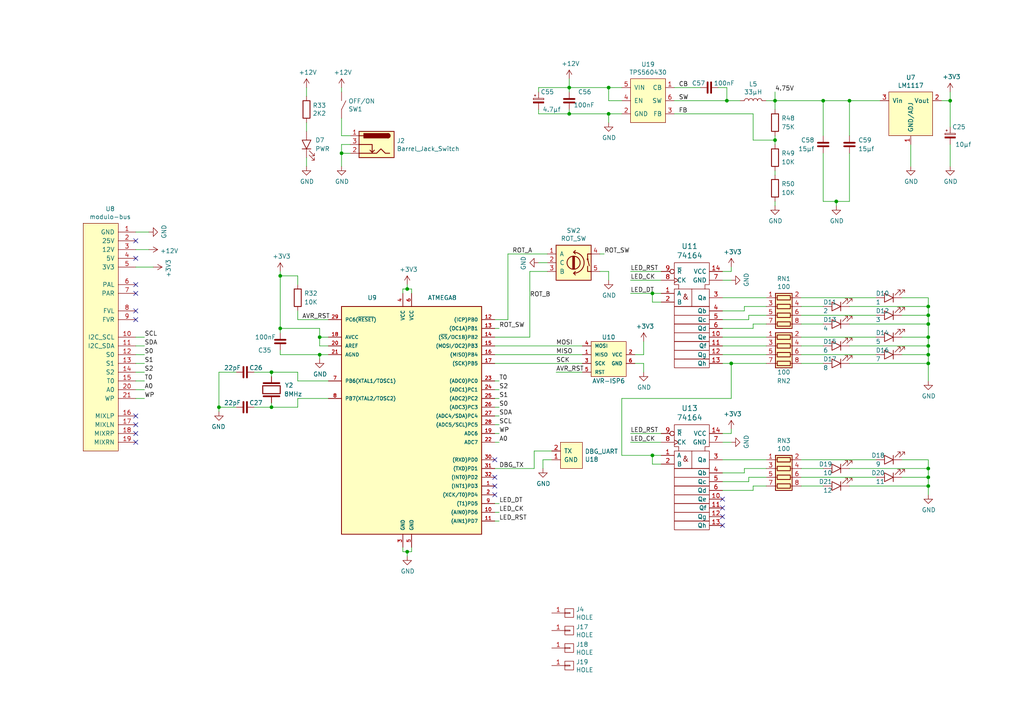
<source format=kicad_sch>
(kicad_sch (version 20211123) (generator eeschema)

  (uuid c3bfced7-357f-4083-aa71-3e11a2b282e8)

  (paper "A4")

  (lib_symbols
    (symbol "myAmp:74164" (pin_names (offset 0.762)) (in_bom yes) (on_board yes)
      (property "Reference" "U" (id 0) (at -7.62 -6.35 0)
        (effects (font (size 1.524 1.524)))
      )
      (property "Value" "74164" (id 1) (at 1.27 -22.86 0)
        (effects (font (size 1.524 1.524)))
      )
      (property "Footprint" "" (id 2) (at 0 0 0)
        (effects (font (size 1.524 1.524)))
      )
      (property "Datasheet" "" (id 3) (at 0 0 0)
        (effects (font (size 1.524 1.524)))
      )
      (symbol "74164_0_0"
        (text "&" (at -1.778 -1.016 0)
          (effects (font (size 1.524 1.524)))
        )
      )
      (symbol "74164_0_1"
        (rectangle (start -5.08 -19.05) (end 5.08 -21.59)
          (stroke (width 0) (type default) (color 0 0 0 0))
          (fill (type none))
        )
        (rectangle (start -5.08 -16.51) (end 5.08 -19.05)
          (stroke (width 0) (type default) (color 0 0 0 0))
          (fill (type none))
        )
        (rectangle (start -5.08 -13.97) (end 5.08 -16.51)
          (stroke (width 0) (type default) (color 0 0 0 0))
          (fill (type none))
        )
        (rectangle (start -5.08 -11.43) (end 5.08 -13.97)
          (stroke (width 0) (type default) (color 0 0 0 0))
          (fill (type none))
        )
        (rectangle (start -5.08 -8.89) (end 5.08 -11.43)
          (stroke (width 0) (type default) (color 0 0 0 0))
          (fill (type none))
        )
        (rectangle (start -5.08 -6.35) (end 5.08 -8.89)
          (stroke (width 0) (type default) (color 0 0 0 0))
          (fill (type none))
        )
        (rectangle (start -5.08 -3.81) (end 5.08 -6.35)
          (stroke (width 0) (type default) (color 0 0 0 0))
          (fill (type none))
        )
        (rectangle (start -5.08 1.27) (end 5.08 -3.81)
          (stroke (width 0) (type default) (color 0 0 0 0))
          (fill (type none))
        )
        (polyline
          (pts
            (xy 0 1.27)
            (xy 0 -1.27)
            (xy 0 -3.81)
            (xy 0 -3.81)
          )
          (stroke (width 0) (type default) (color 0 0 0 0))
          (fill (type none))
        )
        (polyline
          (pts
            (xy 3.81 1.27)
            (xy 3.81 2.54)
            (xy 5.08 2.54)
            (xy 5.08 8.89)
            (xy -5.08 8.89)
            (xy -5.08 2.54)
            (xy -3.81 2.54)
            (xy -3.81 1.27)
          )
          (stroke (width 0) (type default) (color 0 0 0 0))
          (fill (type none))
        )
      )
      (symbol "74164_1_1"
        (pin input line (at -8.89 0 0) (length 3.81)
          (name "A" (effects (font (size 1.27 1.27))))
          (number "1" (effects (font (size 1.27 1.27))))
        )
        (pin output line (at 8.89 -12.7 180) (length 3.81)
          (name "Qe" (effects (font (size 1.27 1.27))))
          (number "10" (effects (font (size 1.27 1.27))))
        )
        (pin output line (at 8.89 -15.24 180) (length 3.81)
          (name "Qf" (effects (font (size 1.27 1.27))))
          (number "11" (effects (font (size 1.27 1.27))))
        )
        (pin output line (at 8.89 -17.78 180) (length 3.81)
          (name "Qg" (effects (font (size 1.27 1.27))))
          (number "12" (effects (font (size 1.27 1.27))))
        )
        (pin output line (at 8.89 -20.32 180) (length 3.81)
          (name "Qh" (effects (font (size 1.27 1.27))))
          (number "13" (effects (font (size 1.27 1.27))))
        )
        (pin power_in line (at 8.89 6.35 180) (length 3.81)
          (name "VCC" (effects (font (size 1.27 1.27))))
          (number "14" (effects (font (size 1.27 1.27))))
        )
        (pin input line (at -8.89 -2.54 0) (length 3.81)
          (name "B" (effects (font (size 1.27 1.27))))
          (number "2" (effects (font (size 1.27 1.27))))
        )
        (pin output line (at 8.89 -1.27 180) (length 3.81)
          (name "Qa" (effects (font (size 1.27 1.27))))
          (number "3" (effects (font (size 1.27 1.27))))
        )
        (pin output line (at 8.89 -5.08 180) (length 3.81)
          (name "Qb" (effects (font (size 1.27 1.27))))
          (number "4" (effects (font (size 1.27 1.27))))
        )
        (pin output line (at 8.89 -7.62 180) (length 3.81)
          (name "Qc" (effects (font (size 1.27 1.27))))
          (number "5" (effects (font (size 1.27 1.27))))
        )
        (pin output line (at 8.89 -10.16 180) (length 3.81)
          (name "Qd" (effects (font (size 1.27 1.27))))
          (number "6" (effects (font (size 1.27 1.27))))
        )
        (pin power_in line (at 8.89 3.81 180) (length 3.81)
          (name "GND" (effects (font (size 1.27 1.27))))
          (number "7" (effects (font (size 1.27 1.27))))
        )
        (pin input clock (at -8.89 3.81 0) (length 3.81)
          (name "CK" (effects (font (size 1.27 1.27))))
          (number "8" (effects (font (size 1.27 1.27))))
        )
        (pin input inverted (at -8.89 6.35 0) (length 3.81)
          (name "~{R}" (effects (font (size 1.27 1.27))))
          (number "9" (effects (font (size 1.27 1.27))))
        )
      )
    )
    (symbol "myAmp:ATMEGA8-16AU" (pin_names (offset 1.016)) (in_bom yes) (on_board yes)
      (property "Reference" "U" (id 0) (at -19.05 30.48 0)
        (effects (font (size 1.27 1.27)) (justify left bottom))
      )
      (property "Value" "ATMEGA8-16AU" (id 1) (at 12.7 -39.37 0)
        (effects (font (size 1.27 1.27)) (justify left bottom))
      )
      (property "Footprint" "TQFP32" (id 2) (at 0 0 0)
        (effects (font (size 1.27 1.27) italic) hide)
      )
      (property "Datasheet" "" (id 3) (at 0 0 0)
        (effects (font (size 1.27 1.27)) hide)
      )
      (symbol "ATMEGA8-16AU_0_1"
        (rectangle (start -19.05 29.21) (end 21.59 -36.83)
          (stroke (width 0.254) (type default) (color 0 0 0 0))
          (fill (type background))
        )
      )
      (symbol "ATMEGA8-16AU_1_1"
        (pin bidirectional line (at 25.4 -22.86 180) (length 3.81)
          (name "(INT1)PD3" (effects (font (size 1.016 1.016))))
          (number "1" (effects (font (size 1.016 1.016))))
        )
        (pin bidirectional line (at 25.4 -30.48 180) (length 3.81)
          (name "(AIN0)PD6" (effects (font (size 1.016 1.016))))
          (number "10" (effects (font (size 1.016 1.016))))
        )
        (pin bidirectional line (at 25.4 -33.02 180) (length 3.81)
          (name "(AIN1)PD7" (effects (font (size 1.016 1.016))))
          (number "11" (effects (font (size 1.016 1.016))))
        )
        (pin bidirectional line (at 25.4 25.4 180) (length 3.81)
          (name "(ICP)PB0" (effects (font (size 1.016 1.016))))
          (number "12" (effects (font (size 1.016 1.016))))
        )
        (pin bidirectional line (at 25.4 22.86 180) (length 3.81)
          (name "(OC1A)PB1" (effects (font (size 1.016 1.016))))
          (number "13" (effects (font (size 1.016 1.016))))
        )
        (pin bidirectional line (at 25.4 20.32 180) (length 3.81)
          (name "(~{SS}/OC1B)PB2" (effects (font (size 1.016 1.016))))
          (number "14" (effects (font (size 1.016 1.016))))
        )
        (pin bidirectional line (at 25.4 17.78 180) (length 3.81)
          (name "(MOSI/OC2)PB3" (effects (font (size 1.016 1.016))))
          (number "15" (effects (font (size 1.016 1.016))))
        )
        (pin bidirectional line (at 25.4 15.24 180) (length 3.81)
          (name "(MISO)PB4" (effects (font (size 1.016 1.016))))
          (number "16" (effects (font (size 1.016 1.016))))
        )
        (pin bidirectional line (at 25.4 12.7 180) (length 3.81)
          (name "(SCK)PB5" (effects (font (size 1.016 1.016))))
          (number "17" (effects (font (size 1.016 1.016))))
        )
        (pin power_in line (at -22.86 20.32 0) (length 3.81)
          (name "AVCC" (effects (font (size 1.016 1.016))))
          (number "18" (effects (font (size 1.016 1.016))))
        )
        (pin bidirectional line (at 25.4 -7.62 180) (length 3.81)
          (name "ADC6" (effects (font (size 1.016 1.016))))
          (number "19" (effects (font (size 1.016 1.016))))
        )
        (pin bidirectional line (at 25.4 -25.4 180) (length 3.81)
          (name "(XCK/T0)PD4" (effects (font (size 1.016 1.016))))
          (number "2" (effects (font (size 1.016 1.016))))
        )
        (pin bidirectional line (at -22.86 17.78 0) (length 3.81)
          (name "AREF" (effects (font (size 1.016 1.016))))
          (number "20" (effects (font (size 1.016 1.016))))
        )
        (pin power_in line (at -22.86 15.24 0) (length 3.81)
          (name "AGND" (effects (font (size 1.016 1.016))))
          (number "21" (effects (font (size 1.016 1.016))))
        )
        (pin bidirectional line (at 25.4 -10.16 180) (length 3.81)
          (name "ADC7" (effects (font (size 1.016 1.016))))
          (number "22" (effects (font (size 1.016 1.016))))
        )
        (pin bidirectional line (at 25.4 7.62 180) (length 3.81)
          (name "(ADC0)PC0" (effects (font (size 1.016 1.016))))
          (number "23" (effects (font (size 1.016 1.016))))
        )
        (pin bidirectional line (at 25.4 5.08 180) (length 3.81)
          (name "(ADC1)PC1" (effects (font (size 1.016 1.016))))
          (number "24" (effects (font (size 1.016 1.016))))
        )
        (pin bidirectional line (at 25.4 2.54 180) (length 3.81)
          (name "(ADC2)PC2" (effects (font (size 1.016 1.016))))
          (number "25" (effects (font (size 1.016 1.016))))
        )
        (pin bidirectional line (at 25.4 0 180) (length 3.81)
          (name "(ADC3)PC3" (effects (font (size 1.016 1.016))))
          (number "26" (effects (font (size 1.016 1.016))))
        )
        (pin bidirectional line (at 25.4 -2.54 180) (length 3.81)
          (name "(ADC4/SDA)PC4" (effects (font (size 1.016 1.016))))
          (number "27" (effects (font (size 1.016 1.016))))
        )
        (pin bidirectional line (at 25.4 -5.08 180) (length 3.81)
          (name "(ADC5/SCL)PC5" (effects (font (size 1.016 1.016))))
          (number "28" (effects (font (size 1.016 1.016))))
        )
        (pin bidirectional line (at -22.86 25.4 0) (length 3.81)
          (name "PC6(~{RESET})" (effects (font (size 1.016 1.016))))
          (number "29" (effects (font (size 1.016 1.016))))
        )
        (pin power_in line (at -1.27 -40.64 90) (length 3.81)
          (name "GND" (effects (font (size 1.016 1.016))))
          (number "3" (effects (font (size 1.016 1.016))))
        )
        (pin bidirectional line (at 25.4 -15.24 180) (length 3.81)
          (name "(RXD)PD0" (effects (font (size 1.016 1.016))))
          (number "30" (effects (font (size 1.016 1.016))))
        )
        (pin bidirectional line (at 25.4 -17.78 180) (length 3.81)
          (name "(TXD)PD1" (effects (font (size 1.016 1.016))))
          (number "31" (effects (font (size 1.016 1.016))))
        )
        (pin bidirectional line (at 25.4 -20.32 180) (length 3.81)
          (name "(INT0)PD2" (effects (font (size 1.016 1.016))))
          (number "32" (effects (font (size 1.016 1.016))))
        )
        (pin power_in line (at -1.27 33.02 270) (length 3.81)
          (name "VCC" (effects (font (size 1.016 1.016))))
          (number "4" (effects (font (size 1.016 1.016))))
        )
        (pin power_in line (at 1.27 -40.64 90) (length 3.81)
          (name "GND" (effects (font (size 1.016 1.016))))
          (number "5" (effects (font (size 1.016 1.016))))
        )
        (pin power_in line (at 1.27 33.02 270) (length 3.81)
          (name "VCC" (effects (font (size 1.016 1.016))))
          (number "6" (effects (font (size 1.016 1.016))))
        )
        (pin bidirectional line (at -22.86 7.62 0) (length 3.81)
          (name "PB6(XTAL1/TOSC1)" (effects (font (size 1.016 1.016))))
          (number "7" (effects (font (size 1.016 1.016))))
        )
        (pin bidirectional line (at -22.86 2.54 0) (length 3.81)
          (name "PB7(XTAL2/TOSC2)" (effects (font (size 1.016 1.016))))
          (number "8" (effects (font (size 1.016 1.016))))
        )
        (pin bidirectional line (at 25.4 -27.94 180) (length 3.81)
          (name "(T1)PD5" (effects (font (size 1.016 1.016))))
          (number "9" (effects (font (size 1.016 1.016))))
        )
      )
    )
    (symbol "myAmp:AVR-ISP6" (pin_names (offset 1.016)) (in_bom yes) (on_board yes)
      (property "Reference" "U" (id 0) (at 0 6.35 0)
        (effects (font (size 1.27 1.27)))
      )
      (property "Value" "AVR-ISP6" (id 1) (at 0 -7.62 0)
        (effects (font (size 1.27 1.27)) (justify bottom))
      )
      (property "Footprint" "" (id 2) (at -13.208 -0.254 90)
        (effects (font (size 1.27 1.27)) hide)
      )
      (property "Datasheet" "" (id 3) (at 0 -1.27 0)
        (effects (font (size 1.524 1.524)))
      )
      (symbol "AVR-ISP6_0_0"
        (rectangle (start -5.08 5.08) (end 5.08 -5.08)
          (stroke (width 0) (type default) (color 0 0 0 0))
          (fill (type background))
        )
      )
      (symbol "AVR-ISP6_1_1"
        (pin passive line (at -7.62 1.27 0) (length 2.54)
          (name "MISO" (effects (font (size 1.016 1.016))))
          (number "1" (effects (font (size 1.016 1.016))))
        )
        (pin passive line (at 7.62 1.27 180) (length 2.54)
          (name "VCC" (effects (font (size 1.016 1.016))))
          (number "2" (effects (font (size 1.016 1.016))))
        )
        (pin passive line (at -7.62 -1.27 0) (length 2.54)
          (name "SCK" (effects (font (size 1.016 1.016))))
          (number "3" (effects (font (size 1.016 1.016))))
        )
        (pin passive line (at -7.62 3.81 0) (length 2.54)
          (name "MOSI" (effects (font (size 1.016 1.016))))
          (number "4" (effects (font (size 1.016 1.016))))
        )
        (pin passive line (at -7.62 -3.81 0) (length 2.54)
          (name "RST" (effects (font (size 1.016 1.016))))
          (number "5" (effects (font (size 1.016 1.016))))
        )
        (pin passive line (at 7.62 -1.27 180) (length 2.54)
          (name "GND" (effects (font (size 1.016 1.016))))
          (number "6" (effects (font (size 1.016 1.016))))
        )
      )
    )
    (symbol "myAmp:Barrel_Jack_Switch" (pin_names hide) (in_bom yes) (on_board yes)
      (property "Reference" "J" (id 0) (at 0 5.334 0)
        (effects (font (size 1.27 1.27)))
      )
      (property "Value" "Barrel_Jack_Switch" (id 1) (at 0 -5.08 0)
        (effects (font (size 1.27 1.27)))
      )
      (property "Footprint" "" (id 2) (at 1.27 -1.016 0)
        (effects (font (size 1.27 1.27)) hide)
      )
      (property "Datasheet" "" (id 3) (at 1.27 -1.016 0)
        (effects (font (size 1.27 1.27)) hide)
      )
      (property "ki_fp_filters" "BarrelJack*" (id 4) (at 0 0 0)
        (effects (font (size 1.27 1.27)) hide)
      )
      (symbol "Barrel_Jack_Switch_0_1"
        (rectangle (start -5.08 3.81) (end 5.08 -3.81)
          (stroke (width 0.254) (type default) (color 0 0 0 0))
          (fill (type background))
        )
        (arc (start -3.302 3.175) (mid -3.937 2.54) (end -3.302 1.905)
          (stroke (width 0.254) (type default) (color 0 0 0 0))
          (fill (type none))
        )
        (arc (start -3.302 3.175) (mid -3.937 2.54) (end -3.302 1.905)
          (stroke (width 0.254) (type default) (color 0 0 0 0))
          (fill (type outline))
        )
        (polyline
          (pts
            (xy 1.27 -2.286)
            (xy 1.905 -1.651)
          )
          (stroke (width 0.254) (type default) (color 0 0 0 0))
          (fill (type none))
        )
        (polyline
          (pts
            (xy 5.08 2.54)
            (xy 3.81 2.54)
          )
          (stroke (width 0.254) (type default) (color 0 0 0 0))
          (fill (type none))
        )
        (polyline
          (pts
            (xy 5.08 0)
            (xy 1.27 0)
            (xy 1.27 -2.286)
            (xy 0.635 -1.651)
          )
          (stroke (width 0.254) (type default) (color 0 0 0 0))
          (fill (type none))
        )
        (polyline
          (pts
            (xy -3.81 -2.54)
            (xy -2.54 -2.54)
            (xy -1.27 -1.27)
            (xy 0 -2.54)
            (xy 2.54 -2.54)
            (xy 5.08 -2.54)
          )
          (stroke (width 0.254) (type default) (color 0 0 0 0))
          (fill (type none))
        )
        (rectangle (start 3.683 3.175) (end -3.302 1.905)
          (stroke (width 0.254) (type default) (color 0 0 0 0))
          (fill (type outline))
        )
      )
      (symbol "Barrel_Jack_Switch_1_1"
        (pin passive line (at 7.62 2.54 180) (length 2.54)
          (name "~" (effects (font (size 1.27 1.27))))
          (number "1" (effects (font (size 1.27 1.27))))
        )
        (pin passive line (at 7.62 -2.54 180) (length 2.54)
          (name "~" (effects (font (size 1.27 1.27))))
          (number "2" (effects (font (size 1.27 1.27))))
        )
        (pin passive line (at 7.62 0 180) (length 2.54)
          (name "~" (effects (font (size 1.27 1.27))))
          (number "3" (effects (font (size 1.27 1.27))))
        )
      )
    )
    (symbol "myAmp:C" (pin_numbers hide) (pin_names (offset 0.254)) (in_bom yes) (on_board yes)
      (property "Reference" "C" (id 0) (at 0.635 2.54 0)
        (effects (font (size 1.27 1.27)) (justify left))
      )
      (property "Value" "C" (id 1) (at 0.635 -2.54 0)
        (effects (font (size 1.27 1.27)) (justify left))
      )
      (property "Footprint" "" (id 2) (at 0.9652 -3.81 0)
        (effects (font (size 1.27 1.27)) hide)
      )
      (property "Datasheet" "" (id 3) (at 0 0 0)
        (effects (font (size 1.27 1.27)) hide)
      )
      (symbol "C_0_1"
        (polyline
          (pts
            (xy -1.524 -0.508)
            (xy 1.524 -0.508)
          )
          (stroke (width 0.508) (type default) (color 0 0 0 0))
          (fill (type none))
        )
        (polyline
          (pts
            (xy -1.524 0.508)
            (xy 1.524 0.508)
          )
          (stroke (width 0.508) (type default) (color 0 0 0 0))
          (fill (type none))
        )
      )
      (symbol "C_1_1"
        (pin passive line (at 0 2.54 270) (length 1.778)
          (name "~" (effects (font (size 1.27 1.27))))
          (number "1" (effects (font (size 1.27 1.27))))
        )
        (pin passive line (at 0 -2.54 90) (length 1.778)
          (name "~" (effects (font (size 1.27 1.27))))
          (number "2" (effects (font (size 1.27 1.27))))
        )
      )
    )
    (symbol "myAmp:CPOL" (pin_numbers hide) (pin_names (offset 0.254) hide) (in_bom yes) (on_board yes)
      (property "Reference" "C" (id 0) (at 0.254 1.778 0)
        (effects (font (size 1.27 1.27)) (justify left))
      )
      (property "Value" "CPOL" (id 1) (at 0.254 -2.032 0)
        (effects (font (size 1.27 1.27)) (justify left))
      )
      (property "Footprint" "" (id 2) (at 0 0 0)
        (effects (font (size 1.27 1.27)) hide)
      )
      (property "Datasheet" "" (id 3) (at 0 0 0)
        (effects (font (size 1.27 1.27)) hide)
      )
      (symbol "CPOL_0_1"
        (rectangle (start -1.524 -0.3048) (end 1.524 -0.6858)
          (stroke (width 0) (type default) (color 0 0 0 0))
          (fill (type outline))
        )
        (rectangle (start -1.524 0.6858) (end 1.524 0.3048)
          (stroke (width 0) (type default) (color 0 0 0 0))
          (fill (type none))
        )
        (polyline
          (pts
            (xy -1.27 1.524)
            (xy -0.762 1.524)
          )
          (stroke (width 0) (type default) (color 0 0 0 0))
          (fill (type none))
        )
        (polyline
          (pts
            (xy -1.016 1.27)
            (xy -1.016 1.778)
          )
          (stroke (width 0) (type default) (color 0 0 0 0))
          (fill (type none))
        )
      )
      (symbol "CPOL_1_1"
        (pin passive line (at 0 2.54 270) (length 1.8542)
          (name "~" (effects (font (size 1.27 1.27))))
          (number "1" (effects (font (size 1.27 1.27))))
        )
        (pin passive line (at 0 -2.54 90) (length 1.8542)
          (name "~" (effects (font (size 1.27 1.27))))
          (number "2" (effects (font (size 1.27 1.27))))
        )
      )
    )
    (symbol "myAmp:DBG_UART" (pin_names (offset 1.016)) (in_bom yes) (on_board yes)
      (property "Reference" "U" (id 0) (at 0 -5.08 0)
        (effects (font (size 1.27 1.27)))
      )
      (property "Value" "DBG_UART" (id 1) (at 0 5.08 0)
        (effects (font (size 1.27 1.27)))
      )
      (property "Footprint" "myAmp:DBG_UART" (id 2) (at 2.54 -2.54 0)
        (effects (font (size 0.127 0.127)) hide)
      )
      (property "Datasheet" "" (id 3) (at -5.08 -1.27 0)
        (effects (font (size 1.27 1.27)) hide)
      )
      (symbol "DBG_UART_0_1"
        (rectangle (start -2.54 3.81) (end 3.81 -3.81)
          (stroke (width 0) (type default) (color 0 0 0 0))
          (fill (type background))
        )
      )
      (symbol "DBG_UART_1_1"
        (pin passive line (at -5.08 1.27 0) (length 2.54)
          (name "GND" (effects (font (size 1.27 1.27))))
          (number "1" (effects (font (size 1.27 1.27))))
        )
        (pin output line (at -5.08 -1.27 0) (length 2.54)
          (name "TX" (effects (font (size 1.27 1.27))))
          (number "2" (effects (font (size 1.27 1.27))))
        )
      )
    )
    (symbol "myAmp:HOLE" (pin_names (offset 1.016) hide) (in_bom yes) (on_board yes)
      (property "Reference" "J" (id 0) (at 0 2.54 0)
        (effects (font (size 1.27 1.27)))
      )
      (property "Value" "HOLE" (id 1) (at 2.54 0 90)
        (effects (font (size 1.27 1.27)))
      )
      (property "Footprint" "" (id 2) (at 0 0 0)
        (effects (font (size 1.27 1.27)) hide)
      )
      (property "Datasheet" "" (id 3) (at 0 0 0)
        (effects (font (size 1.27 1.27)) hide)
      )
      (symbol "HOLE_0_1"
        (rectangle (start -1.27 0.127) (end 0.254 -0.127)
          (stroke (width 0) (type default) (color 0 0 0 0))
          (fill (type none))
        )
        (rectangle (start -1.27 1.27) (end 1.27 -1.27)
          (stroke (width 0) (type default) (color 0 0 0 0))
          (fill (type none))
        )
      )
      (symbol "HOLE_1_1"
        (pin passive line (at -5.08 0 0) (length 3.81)
          (name "P1" (effects (font (size 1.27 1.27))))
          (number "1" (effects (font (size 1.27 1.27))))
        )
      )
    )
    (symbol "myAmp:L" (pin_numbers hide) (pin_names (offset 1.016) hide) (in_bom yes) (on_board yes)
      (property "Reference" "L" (id 0) (at -1.27 0 90)
        (effects (font (size 1.27 1.27)))
      )
      (property "Value" "L" (id 1) (at 1.905 0 90)
        (effects (font (size 1.27 1.27)))
      )
      (property "Footprint" "" (id 2) (at 0 0 0)
        (effects (font (size 1.27 1.27)) hide)
      )
      (property "Datasheet" "" (id 3) (at 0 0 0)
        (effects (font (size 1.27 1.27)) hide)
      )
      (property "ki_fp_filters" "Choke_* *Coil* Inductor_* L_*" (id 4) (at 0 0 0)
        (effects (font (size 1.27 1.27)) hide)
      )
      (symbol "L_0_1"
        (arc (start 0 -2.54) (mid 0.635 -1.905) (end 0 -1.27)
          (stroke (width 0) (type default) (color 0 0 0 0))
          (fill (type none))
        )
        (arc (start 0 -1.27) (mid 0.635 -0.635) (end 0 0)
          (stroke (width 0) (type default) (color 0 0 0 0))
          (fill (type none))
        )
        (arc (start 0 0) (mid 0.635 0.635) (end 0 1.27)
          (stroke (width 0) (type default) (color 0 0 0 0))
          (fill (type none))
        )
        (arc (start 0 1.27) (mid 0.635 1.905) (end 0 2.54)
          (stroke (width 0) (type default) (color 0 0 0 0))
          (fill (type none))
        )
      )
      (symbol "L_1_1"
        (pin passive line (at 0 3.81 270) (length 1.27)
          (name "1" (effects (font (size 1.27 1.27))))
          (number "1" (effects (font (size 1.27 1.27))))
        )
        (pin passive line (at 0 -3.81 90) (length 1.27)
          (name "2" (effects (font (size 1.27 1.27))))
          (number "2" (effects (font (size 1.27 1.27))))
        )
      )
    )
    (symbol "myAmp:LED" (pin_numbers hide) (pin_names (offset 1.016) hide) (in_bom yes) (on_board yes)
      (property "Reference" "D" (id 0) (at 0 2.54 0)
        (effects (font (size 1.27 1.27)))
      )
      (property "Value" "LED" (id 1) (at 0 -2.54 0)
        (effects (font (size 1.27 1.27)))
      )
      (property "Footprint" "" (id 2) (at 0 0 0)
        (effects (font (size 1.27 1.27)) hide)
      )
      (property "Datasheet" "" (id 3) (at 0 0 0)
        (effects (font (size 1.27 1.27)) hide)
      )
      (property "ki_fp_filters" "LED* LED_SMD:* LED_THT:*" (id 4) (at 0 0 0)
        (effects (font (size 1.27 1.27)) hide)
      )
      (symbol "LED_0_1"
        (polyline
          (pts
            (xy -1.27 -1.27)
            (xy -1.27 1.27)
          )
          (stroke (width 0.2032) (type default) (color 0 0 0 0))
          (fill (type none))
        )
        (polyline
          (pts
            (xy 1.27 -1.27)
            (xy 1.27 1.27)
            (xy -1.27 0)
            (xy 1.27 -1.27)
          )
          (stroke (width 0.2032) (type default) (color 0 0 0 0))
          (fill (type none))
        )
        (polyline
          (pts
            (xy -3.048 -0.762)
            (xy -4.572 -2.286)
            (xy -3.81 -2.286)
            (xy -4.572 -2.286)
            (xy -4.572 -1.524)
          )
          (stroke (width 0) (type default) (color 0 0 0 0))
          (fill (type none))
        )
        (polyline
          (pts
            (xy -1.778 -0.762)
            (xy -3.302 -2.286)
            (xy -2.54 -2.286)
            (xy -3.302 -2.286)
            (xy -3.302 -1.524)
          )
          (stroke (width 0) (type default) (color 0 0 0 0))
          (fill (type none))
        )
      )
      (symbol "LED_1_1"
        (pin passive line (at -3.81 0 0) (length 2.54)
          (name "K" (effects (font (size 1.27 1.27))))
          (number "1" (effects (font (size 1.27 1.27))))
        )
        (pin passive line (at 3.81 0 180) (length 2.54)
          (name "A" (effects (font (size 1.27 1.27))))
          (number "2" (effects (font (size 1.27 1.27))))
        )
      )
    )
    (symbol "myAmp:LM1117" (pin_names (offset 1.016)) (in_bom yes) (on_board yes)
      (property "Reference" "U" (id 0) (at 5.08 -7.62 0)
        (effects (font (size 1.27 1.27)))
      )
      (property "Value" "LM1117" (id 1) (at 0 7.62 0)
        (effects (font (size 1.27 1.27)))
      )
      (property "Footprint" "" (id 2) (at 0 3.81 0)
        (effects (font (size 1.27 1.27)) hide)
      )
      (property "Datasheet" "" (id 3) (at 0 3.81 0)
        (effects (font (size 1.27 1.27)) hide)
      )
      (symbol "LM1117_0_1"
        (rectangle (start -6.35 6.35) (end 6.35 -6.35)
          (stroke (width 0) (type default) (color 0 0 0 0))
          (fill (type background))
        )
      )
      (symbol "LM1117_1_1"
        (pin input line (at 0 -8.89 90) (length 2.54)
          (name "GND/ADJ" (effects (font (size 1.27 1.27))))
          (number "1" (effects (font (size 1.27 1.27))))
        )
        (pin output line (at 8.89 3.81 180) (length 2.54)
          (name "Vout" (effects (font (size 1.27 1.27))))
          (number "2" (effects (font (size 1.27 1.27))))
        )
        (pin input line (at -8.89 3.81 0) (length 2.54)
          (name "Vin" (effects (font (size 1.27 1.27))))
          (number "3" (effects (font (size 1.27 1.27))))
        )
      )
    )
    (symbol "myAmp:QUARTZ" (pin_numbers hide) (pin_names (offset 1.016) hide) (in_bom yes) (on_board yes)
      (property "Reference" "Y" (id 0) (at 0 3.81 0)
        (effects (font (size 1.27 1.27)))
      )
      (property "Value" "QUARTZ" (id 1) (at 0 -3.81 0)
        (effects (font (size 1.27 1.27)))
      )
      (property "Footprint" "" (id 2) (at 0 0 0)
        (effects (font (size 1.27 1.27)) hide)
      )
      (property "Datasheet" "" (id 3) (at 0 0 0)
        (effects (font (size 1.27 1.27)) hide)
      )
      (symbol "QUARTZ_0_1"
        (rectangle (start -1.143 2.54) (end 1.143 -2.54)
          (stroke (width 0.3048) (type default) (color 0 0 0 0))
          (fill (type none))
        )
        (polyline
          (pts
            (xy -1.905 -2.286)
            (xy -1.905 2.286)
          )
          (stroke (width 0.508) (type default) (color 0 0 0 0))
          (fill (type none))
        )
        (polyline
          (pts
            (xy 1.905 -2.286)
            (xy 1.905 2.286)
          )
          (stroke (width 0.508) (type default) (color 0 0 0 0))
          (fill (type none))
        )
      )
      (symbol "QUARTZ_1_1"
        (pin passive line (at -3.81 0 0) (length 1.905)
          (name "1" (effects (font (size 1.27 1.27))))
          (number "1" (effects (font (size 1.27 1.27))))
        )
        (pin passive line (at 3.81 0 180) (length 1.905)
          (name "2" (effects (font (size 1.27 1.27))))
          (number "2" (effects (font (size 1.27 1.27))))
        )
      )
    )
    (symbol "myAmp:R" (pin_numbers hide) (pin_names (offset 0)) (in_bom yes) (on_board yes)
      (property "Reference" "R" (id 0) (at 2.032 0 90)
        (effects (font (size 1.27 1.27)))
      )
      (property "Value" "R" (id 1) (at 0 0 90)
        (effects (font (size 1.27 1.27)))
      )
      (property "Footprint" "" (id 2) (at -1.778 0 90)
        (effects (font (size 1.27 1.27)) hide)
      )
      (property "Datasheet" "" (id 3) (at 0 0 0)
        (effects (font (size 1.27 1.27)) hide)
      )
      (property "ki_fp_filters" "R_*" (id 4) (at 0 0 0)
        (effects (font (size 1.27 1.27)) hide)
      )
      (symbol "R_0_1"
        (rectangle (start -1.016 -2.54) (end 1.016 2.54)
          (stroke (width 0.254) (type default) (color 0 0 0 0))
          (fill (type none))
        )
      )
      (symbol "R_1_1"
        (pin passive line (at 0 3.81 270) (length 1.27)
          (name "~" (effects (font (size 1.27 1.27))))
          (number "1" (effects (font (size 1.27 1.27))))
        )
        (pin passive line (at 0 -3.81 90) (length 1.27)
          (name "~" (effects (font (size 1.27 1.27))))
          (number "2" (effects (font (size 1.27 1.27))))
        )
      )
    )
    (symbol "myAmp:R_Pack04_THT" (pin_names (offset 0) hide) (in_bom yes) (on_board yes)
      (property "Reference" "RN" (id 0) (at -7.62 0 90)
        (effects (font (size 1.27 1.27)))
      )
      (property "Value" "R_Pack04_THT" (id 1) (at 5.08 0 90)
        (effects (font (size 1.27 1.27)))
      )
      (property "Footprint" "" (id 2) (at 6.985 0 90)
        (effects (font (size 1.27 1.27)) hide)
      )
      (property "Datasheet" "" (id 3) (at 0 0 0)
        (effects (font (size 1.27 1.27)) hide)
      )
      (property "ki_fp_filters" "DIP* SOIC*" (id 4) (at 0 0 0)
        (effects (font (size 1.27 1.27)) hide)
      )
      (symbol "R_Pack04_THT_0_1"
        (rectangle (start -6.35 -2.413) (end 3.81 2.413)
          (stroke (width 0.254) (type default) (color 0 0 0 0))
          (fill (type background))
        )
        (rectangle (start -5.715 1.905) (end -4.445 -1.905)
          (stroke (width 0.254) (type default) (color 0 0 0 0))
          (fill (type none))
        )
        (rectangle (start -3.175 1.905) (end -1.905 -1.905)
          (stroke (width 0.254) (type default) (color 0 0 0 0))
          (fill (type none))
        )
        (rectangle (start -0.635 1.905) (end 0.635 -1.905)
          (stroke (width 0.254) (type default) (color 0 0 0 0))
          (fill (type none))
        )
        (polyline
          (pts
            (xy -5.08 -2.54)
            (xy -5.08 -1.905)
          )
          (stroke (width 0) (type default) (color 0 0 0 0))
          (fill (type none))
        )
        (polyline
          (pts
            (xy -5.08 1.905)
            (xy -5.08 2.54)
          )
          (stroke (width 0) (type default) (color 0 0 0 0))
          (fill (type none))
        )
        (polyline
          (pts
            (xy -2.54 -2.54)
            (xy -2.54 -1.905)
          )
          (stroke (width 0) (type default) (color 0 0 0 0))
          (fill (type none))
        )
        (polyline
          (pts
            (xy -2.54 1.905)
            (xy -2.54 2.54)
          )
          (stroke (width 0) (type default) (color 0 0 0 0))
          (fill (type none))
        )
        (polyline
          (pts
            (xy 0 -2.54)
            (xy 0 -1.905)
          )
          (stroke (width 0) (type default) (color 0 0 0 0))
          (fill (type none))
        )
        (polyline
          (pts
            (xy 0 1.905)
            (xy 0 2.54)
          )
          (stroke (width 0) (type default) (color 0 0 0 0))
          (fill (type none))
        )
        (polyline
          (pts
            (xy 2.54 -2.54)
            (xy 2.54 -1.905)
          )
          (stroke (width 0) (type default) (color 0 0 0 0))
          (fill (type none))
        )
        (polyline
          (pts
            (xy 2.54 1.905)
            (xy 2.54 2.54)
          )
          (stroke (width 0) (type default) (color 0 0 0 0))
          (fill (type none))
        )
        (rectangle (start 1.905 1.905) (end 3.175 -1.905)
          (stroke (width 0.254) (type default) (color 0 0 0 0))
          (fill (type none))
        )
      )
      (symbol "R_Pack04_THT_1_1"
        (pin passive line (at -5.08 -5.08 90) (length 2.54)
          (name "R1.1" (effects (font (size 1.27 1.27))))
          (number "1" (effects (font (size 1.27 1.27))))
        )
        (pin passive line (at -5.08 5.08 270) (length 2.54)
          (name "R1.2" (effects (font (size 1.27 1.27))))
          (number "2" (effects (font (size 1.27 1.27))))
        )
        (pin passive line (at -2.54 -5.08 90) (length 2.54)
          (name "R2.1" (effects (font (size 1.27 1.27))))
          (number "3" (effects (font (size 1.27 1.27))))
        )
        (pin passive line (at -2.54 5.08 270) (length 2.54)
          (name "R2.2" (effects (font (size 1.27 1.27))))
          (number "4" (effects (font (size 1.27 1.27))))
        )
        (pin passive line (at 0 -5.08 90) (length 2.54)
          (name "R3.1" (effects (font (size 1.27 1.27))))
          (number "5" (effects (font (size 1.27 1.27))))
        )
        (pin passive line (at 0 5.08 270) (length 2.54)
          (name "R3.2" (effects (font (size 1.27 1.27))))
          (number "6" (effects (font (size 1.27 1.27))))
        )
        (pin passive line (at 2.54 -5.08 90) (length 2.54)
          (name "R4.1" (effects (font (size 1.27 1.27))))
          (number "7" (effects (font (size 1.27 1.27))))
        )
        (pin passive line (at 2.54 5.08 270) (length 2.54)
          (name "R4.2" (effects (font (size 1.27 1.27))))
          (number "8" (effects (font (size 1.27 1.27))))
        )
      )
    )
    (symbol "myAmp:Rotary_Encoder_Switch" (pin_names (offset 1.016)) (in_bom yes) (on_board yes)
      (property "Reference" "SW" (id 0) (at 0 6.604 0)
        (effects (font (size 1.27 1.27)))
      )
      (property "Value" "Rotary_Encoder_Switch" (id 1) (at 0 -6.604 0)
        (effects (font (size 1.27 1.27)))
      )
      (property "Footprint" "" (id 2) (at -2.54 4.064 0)
        (effects (font (size 1.27 1.27)) hide)
      )
      (property "Datasheet" "" (id 3) (at 0 6.604 0)
        (effects (font (size 1.27 1.27)) hide)
      )
      (symbol "Rotary_Encoder_Switch_0_1"
        (rectangle (start -5.08 5.08) (end 5.08 -5.08)
          (stroke (width 0.254) (type default) (color 0 0 0 0))
          (fill (type background))
        )
        (arc (start 0 -3.048) (mid 3.048 0) (end 0 3.048)
          (stroke (width 0.254) (type default) (color 0 0 0 0))
          (fill (type none))
        )
        (polyline
          (pts
            (xy -0.254 -1.778)
            (xy -0.254 1.778)
          )
          (stroke (width 0.254) (type default) (color 0 0 0 0))
          (fill (type none))
        )
        (polyline
          (pts
            (xy 0 -3.048)
            (xy 0.508 -3.556)
          )
          (stroke (width 0.254) (type default) (color 0 0 0 0))
          (fill (type none))
        )
        (polyline
          (pts
            (xy 0 -3.048)
            (xy 0.508 -2.54)
          )
          (stroke (width 0.254) (type default) (color 0 0 0 0))
          (fill (type none))
        )
        (polyline
          (pts
            (xy 0 -1.778)
            (xy 0 1.778)
          )
          (stroke (width 0.254) (type default) (color 0 0 0 0))
          (fill (type none))
        )
        (polyline
          (pts
            (xy 0 3.048)
            (xy 0.508 2.54)
          )
          (stroke (width 0.254) (type default) (color 0 0 0 0))
          (fill (type none))
        )
        (polyline
          (pts
            (xy 0.254 1.778)
            (xy 0.254 -1.778)
          )
          (stroke (width 0.254) (type default) (color 0 0 0 0))
          (fill (type none))
        )
        (polyline
          (pts
            (xy 0.508 3.556)
            (xy 0 3.048)
          )
          (stroke (width 0.254) (type default) (color 0 0 0 0))
          (fill (type none))
        )
        (polyline
          (pts
            (xy 4.064 1.016)
            (xy 4.572 -0.889)
          )
          (stroke (width 0.254) (type default) (color 0 0 0 0))
          (fill (type none))
        )
        (polyline
          (pts
            (xy 5.08 -2.54)
            (xy 4.064 -2.54)
            (xy 4.064 -1.016)
          )
          (stroke (width 0.254) (type default) (color 0 0 0 0))
          (fill (type none))
        )
        (polyline
          (pts
            (xy 5.08 2.54)
            (xy 4.064 2.54)
            (xy 4.064 1.016)
          )
          (stroke (width 0.254) (type default) (color 0 0 0 0))
          (fill (type none))
        )
        (circle (center 0 0) (radius 1.905)
          (stroke (width 0.254) (type default) (color 0 0 0 0))
          (fill (type none))
        )
        (circle (center 4.064 1.016) (radius 0.127)
          (stroke (width 0.254) (type default) (color 0 0 0 0))
          (fill (type none))
        )
      )
      (symbol "Rotary_Encoder_Switch_1_1"
        (pin input line (at -7.62 2.54 0) (length 2.54)
          (name "A" (effects (font (size 1.27 1.27))))
          (number "1" (effects (font (size 1.27 1.27))))
        )
        (pin input line (at -7.62 0 0) (length 2.54)
          (name "C" (effects (font (size 1.27 1.27))))
          (number "2" (effects (font (size 1.27 1.27))))
        )
        (pin input line (at -7.62 -2.54 0) (length 2.54)
          (name "B" (effects (font (size 1.27 1.27))))
          (number "3" (effects (font (size 1.27 1.27))))
        )
        (pin input line (at 7.62 2.54 180) (length 2.54)
          (name "~" (effects (font (size 1.27 1.27))))
          (number "4" (effects (font (size 1.27 1.27))))
        )
        (pin input line (at 7.62 -2.54 180) (length 2.54)
          (name "~" (effects (font (size 1.27 1.27))))
          (number "5" (effects (font (size 1.27 1.27))))
        )
      )
    )
    (symbol "myAmp:SW_SIMPLE" (pin_numbers hide) (pin_names (offset 1.016) hide) (in_bom yes) (on_board yes)
      (property "Reference" "SW" (id 0) (at 0 -1.27 0)
        (effects (font (size 1.27 1.27)))
      )
      (property "Value" "SW_SIMPLE" (id 1) (at 0 2.54 0)
        (effects (font (size 1.27 1.27)))
      )
      (property "Footprint" "" (id 2) (at 0 0 0)
        (effects (font (size 1.524 1.524)))
      )
      (property "Datasheet" "" (id 3) (at 0 0 0)
        (effects (font (size 1.524 1.524)))
      )
      (symbol "SW_SIMPLE_0_1"
        (polyline
          (pts
            (xy -1.27 0)
            (xy 1.27 1.27)
          )
          (stroke (width 0) (type default) (color 0 0 0 0))
          (fill (type none))
        )
      )
      (symbol "SW_SIMPLE_1_1"
        (pin passive line (at -3.81 0 0) (length 2.54)
          (name "~" (effects (font (size 1.27 1.27))))
          (number "1" (effects (font (size 1.27 1.27))))
        )
        (pin passive line (at 3.81 0 180) (length 2.54)
          (name "~" (effects (font (size 1.27 1.27))))
          (number "2" (effects (font (size 1.27 1.27))))
        )
      )
    )
    (symbol "myAmp:TPS560430" (pin_names (offset 1.016)) (in_bom yes) (on_board yes)
      (property "Reference" "U" (id 0) (at 0 -7.62 0)
        (effects (font (size 1.27 1.27)))
      )
      (property "Value" "TPS560430" (id 1) (at 0 7.62 0)
        (effects (font (size 1.27 1.27)))
      )
      (property "Footprint" "" (id 2) (at 0 0 0)
        (effects (font (size 1.27 1.27)) hide)
      )
      (property "Datasheet" "" (id 3) (at 0 0 0)
        (effects (font (size 1.27 1.27)) hide)
      )
      (symbol "TPS560430_0_1"
        (rectangle (start -5.08 6.35) (end 5.08 -6.35)
          (stroke (width 0) (type default) (color 0 0 0 0))
          (fill (type background))
        )
      )
      (symbol "TPS560430_1_1"
        (pin input line (at 7.62 3.81 180) (length 2.54)
          (name "CB" (effects (font (size 1.27 1.27))))
          (number "1" (effects (font (size 1.27 1.27))))
        )
        (pin power_in line (at -7.62 -3.81 0) (length 2.54)
          (name "GND" (effects (font (size 1.27 1.27))))
          (number "2" (effects (font (size 1.27 1.27))))
        )
        (pin input line (at 7.62 -3.81 180) (length 2.54)
          (name "FB" (effects (font (size 1.27 1.27))))
          (number "3" (effects (font (size 1.27 1.27))))
        )
        (pin input line (at -7.62 0 0) (length 2.54)
          (name "EN" (effects (font (size 1.27 1.27))))
          (number "4" (effects (font (size 1.27 1.27))))
        )
        (pin power_in line (at -7.62 3.81 0) (length 2.54)
          (name "VIN" (effects (font (size 1.27 1.27))))
          (number "5" (effects (font (size 1.27 1.27))))
        )
        (pin output line (at 7.62 0 180) (length 2.54)
          (name "SW" (effects (font (size 1.27 1.27))))
          (number "6" (effects (font (size 1.27 1.27))))
        )
      )
    )
    (symbol "myAmp:modulo-bus" (pin_names (offset 1.016)) (in_bom yes) (on_board yes)
      (property "Reference" "U" (id 0) (at 1.27 30.48 0)
        (effects (font (size 1.27 1.27)))
      )
      (property "Value" "modulo-bus" (id 1) (at 1.27 -38.1 0)
        (effects (font (size 1.27 1.27)))
      )
      (property "Footprint" "myAmp:modulo-bus" (id 2) (at 5.08 17.78 90)
        (effects (font (size 1.27 1.27)) hide)
      )
      (property "Datasheet" "" (id 3) (at -8.89 13.97 0)
        (effects (font (size 1.27 1.27)) hide)
      )
      (symbol "modulo-bus_0_1"
        (rectangle (start -3.81 29.21) (end 6.35 -36.83)
          (stroke (width 0) (type default) (color 0 0 0 0))
          (fill (type background))
        )
      )
      (symbol "modulo-bus_1_1"
        (pin input line (at -8.89 26.67 0) (length 5.08)
          (name "GND" (effects (font (size 1.27 1.27))))
          (number "1" (effects (font (size 1.27 1.27))))
        )
        (pin input line (at -8.89 -3.81 0) (length 5.08)
          (name "I2C_SCL" (effects (font (size 1.27 1.27))))
          (number "10" (effects (font (size 1.27 1.27))))
        )
        (pin input line (at -8.89 -6.35 0) (length 5.08)
          (name "I2C_SDA" (effects (font (size 1.27 1.27))))
          (number "11" (effects (font (size 1.27 1.27))))
        )
        (pin input line (at -8.89 -8.89 0) (length 5.08)
          (name "S0" (effects (font (size 1.27 1.27))))
          (number "12" (effects (font (size 1.27 1.27))))
        )
        (pin input line (at -8.89 -11.43 0) (length 5.08)
          (name "S1" (effects (font (size 1.27 1.27))))
          (number "13" (effects (font (size 1.27 1.27))))
        )
        (pin input line (at -8.89 -13.97 0) (length 5.08)
          (name "S2" (effects (font (size 1.27 1.27))))
          (number "14" (effects (font (size 1.27 1.27))))
        )
        (pin input line (at -8.89 -16.51 0) (length 5.08)
          (name "T0" (effects (font (size 1.27 1.27))))
          (number "15" (effects (font (size 1.27 1.27))))
        )
        (pin input line (at -8.89 -26.67 0) (length 5.08)
          (name "MIXLP" (effects (font (size 1.27 1.27))))
          (number "16" (effects (font (size 1.27 1.27))))
        )
        (pin input line (at -8.89 -29.21 0) (length 5.08)
          (name "MIXLN" (effects (font (size 1.27 1.27))))
          (number "17" (effects (font (size 1.27 1.27))))
        )
        (pin input line (at -8.89 -31.75 0) (length 5.08)
          (name "MIXRP" (effects (font (size 1.27 1.27))))
          (number "18" (effects (font (size 1.27 1.27))))
        )
        (pin input line (at -8.89 -34.29 0) (length 5.08)
          (name "MIXRN" (effects (font (size 1.27 1.27))))
          (number "19" (effects (font (size 1.27 1.27))))
        )
        (pin input line (at -8.89 24.13 0) (length 5.08)
          (name "25V" (effects (font (size 1.27 1.27))))
          (number "2" (effects (font (size 1.27 1.27))))
        )
        (pin input line (at -8.89 -19.05 0) (length 5.08)
          (name "A0" (effects (font (size 1.27 1.27))))
          (number "20" (effects (font (size 1.27 1.27))))
        )
        (pin input line (at -8.89 -21.59 0) (length 5.08)
          (name "WP" (effects (font (size 1.27 1.27))))
          (number "21" (effects (font (size 1.27 1.27))))
        )
        (pin input line (at -8.89 21.59 0) (length 5.08)
          (name "12V" (effects (font (size 1.27 1.27))))
          (number "3" (effects (font (size 1.27 1.27))))
        )
        (pin input line (at -8.89 19.05 0) (length 5.08)
          (name "5V" (effects (font (size 1.27 1.27))))
          (number "4" (effects (font (size 1.27 1.27))))
        )
        (pin input line (at -8.89 16.51 0) (length 5.08)
          (name "3V3" (effects (font (size 1.27 1.27))))
          (number "5" (effects (font (size 1.27 1.27))))
        )
        (pin input line (at -8.89 11.43 0) (length 5.08)
          (name "PAL" (effects (font (size 1.27 1.27))))
          (number "6" (effects (font (size 1.27 1.27))))
        )
        (pin input line (at -8.89 8.89 0) (length 5.08)
          (name "PAR" (effects (font (size 1.27 1.27))))
          (number "7" (effects (font (size 1.27 1.27))))
        )
        (pin input line (at -8.89 3.81 0) (length 5.08)
          (name "FVL" (effects (font (size 1.27 1.27))))
          (number "8" (effects (font (size 1.27 1.27))))
        )
        (pin input line (at -8.89 1.27 0) (length 5.08)
          (name "FVR" (effects (font (size 1.27 1.27))))
          (number "9" (effects (font (size 1.27 1.27))))
        )
      )
    )
    (symbol "power:+12V" (power) (pin_names (offset 0)) (in_bom yes) (on_board yes)
      (property "Reference" "#PWR" (id 0) (at 0 -3.81 0)
        (effects (font (size 1.27 1.27)) hide)
      )
      (property "Value" "+12V" (id 1) (at 0 3.556 0)
        (effects (font (size 1.27 1.27)))
      )
      (property "Footprint" "" (id 2) (at 0 0 0)
        (effects (font (size 1.27 1.27)) hide)
      )
      (property "Datasheet" "" (id 3) (at 0 0 0)
        (effects (font (size 1.27 1.27)) hide)
      )
      (property "ki_keywords" "power-flag" (id 4) (at 0 0 0)
        (effects (font (size 1.27 1.27)) hide)
      )
      (property "ki_description" "Power symbol creates a global label with name \"+12V\"" (id 5) (at 0 0 0)
        (effects (font (size 1.27 1.27)) hide)
      )
      (symbol "+12V_0_1"
        (polyline
          (pts
            (xy -0.762 1.27)
            (xy 0 2.54)
          )
          (stroke (width 0) (type default) (color 0 0 0 0))
          (fill (type none))
        )
        (polyline
          (pts
            (xy 0 0)
            (xy 0 2.54)
          )
          (stroke (width 0) (type default) (color 0 0 0 0))
          (fill (type none))
        )
        (polyline
          (pts
            (xy 0 2.54)
            (xy 0.762 1.27)
          )
          (stroke (width 0) (type default) (color 0 0 0 0))
          (fill (type none))
        )
      )
      (symbol "+12V_1_1"
        (pin power_in line (at 0 0 90) (length 0) hide
          (name "+12V" (effects (font (size 1.27 1.27))))
          (number "1" (effects (font (size 1.27 1.27))))
        )
      )
    )
    (symbol "power:+3.3V" (power) (pin_names (offset 0)) (in_bom yes) (on_board yes)
      (property "Reference" "#PWR" (id 0) (at 0 -3.81 0)
        (effects (font (size 1.27 1.27)) hide)
      )
      (property "Value" "+3.3V" (id 1) (at 0 3.556 0)
        (effects (font (size 1.27 1.27)))
      )
      (property "Footprint" "" (id 2) (at 0 0 0)
        (effects (font (size 1.27 1.27)) hide)
      )
      (property "Datasheet" "" (id 3) (at 0 0 0)
        (effects (font (size 1.27 1.27)) hide)
      )
      (property "ki_keywords" "power-flag" (id 4) (at 0 0 0)
        (effects (font (size 1.27 1.27)) hide)
      )
      (property "ki_description" "Power symbol creates a global label with name \"+3.3V\"" (id 5) (at 0 0 0)
        (effects (font (size 1.27 1.27)) hide)
      )
      (symbol "+3.3V_0_1"
        (polyline
          (pts
            (xy -0.762 1.27)
            (xy 0 2.54)
          )
          (stroke (width 0) (type default) (color 0 0 0 0))
          (fill (type none))
        )
        (polyline
          (pts
            (xy 0 0)
            (xy 0 2.54)
          )
          (stroke (width 0) (type default) (color 0 0 0 0))
          (fill (type none))
        )
        (polyline
          (pts
            (xy 0 2.54)
            (xy 0.762 1.27)
          )
          (stroke (width 0) (type default) (color 0 0 0 0))
          (fill (type none))
        )
      )
      (symbol "+3.3V_1_1"
        (pin power_in line (at 0 0 90) (length 0) hide
          (name "+3V3" (effects (font (size 1.27 1.27))))
          (number "1" (effects (font (size 1.27 1.27))))
        )
      )
    )
    (symbol "power:GND" (power) (pin_names (offset 0)) (in_bom yes) (on_board yes)
      (property "Reference" "#PWR" (id 0) (at 0 -6.35 0)
        (effects (font (size 1.27 1.27)) hide)
      )
      (property "Value" "GND" (id 1) (at 0 -3.81 0)
        (effects (font (size 1.27 1.27)))
      )
      (property "Footprint" "" (id 2) (at 0 0 0)
        (effects (font (size 1.27 1.27)) hide)
      )
      (property "Datasheet" "" (id 3) (at 0 0 0)
        (effects (font (size 1.27 1.27)) hide)
      )
      (property "ki_keywords" "power-flag" (id 4) (at 0 0 0)
        (effects (font (size 1.27 1.27)) hide)
      )
      (property "ki_description" "Power symbol creates a global label with name \"GND\" , ground" (id 5) (at 0 0 0)
        (effects (font (size 1.27 1.27)) hide)
      )
      (symbol "GND_0_1"
        (polyline
          (pts
            (xy 0 0)
            (xy 0 -1.27)
            (xy 1.27 -1.27)
            (xy 0 -2.54)
            (xy -1.27 -1.27)
            (xy 0 -1.27)
          )
          (stroke (width 0) (type default) (color 0 0 0 0))
          (fill (type none))
        )
      )
      (symbol "GND_1_1"
        (pin power_in line (at 0 0 270) (length 0) hide
          (name "GND" (effects (font (size 1.27 1.27))))
          (number "1" (effects (font (size 1.27 1.27))))
        )
      )
    )
  )

  (junction (at 78.74 107.95) (diameter 0) (color 0 0 0 0)
    (uuid 068537eb-19b5-43c2-a1fa-b0fc53cc0414)
  )
  (junction (at 269.24 88.9) (diameter 0) (color 0 0 0 0)
    (uuid 09b9248f-bf17-4ab5-8f81-81360ef54010)
  )
  (junction (at 176.53 33.02) (diameter 0) (color 0 0 0 0)
    (uuid 12f181c2-3244-4e4c-bb32-5b41edbd19f3)
  )
  (junction (at 269.24 105.41) (diameter 0) (color 0 0 0 0)
    (uuid 19e4ca0e-444b-4e6e-a1f2-a7cc7ff5326b)
  )
  (junction (at 189.23 132.08) (diameter 0) (color 0 0 0 0)
    (uuid 22d2a614-2d42-41fc-a0d4-6fbf343dcbfa)
  )
  (junction (at 238.76 29.21) (diameter 0) (color 0 0 0 0)
    (uuid 2f8c467f-c568-40e7-b45f-c00d2d7d7568)
  )
  (junction (at 63.5 118.11) (diameter 0) (color 0 0 0 0)
    (uuid 30adbcb0-fc0a-4900-a43f-86ea2c7a31d5)
  )
  (junction (at 92.71 102.87) (diameter 0) (color 0 0 0 0)
    (uuid 36bb7cc5-40f2-497a-925f-69375e509408)
  )
  (junction (at 224.79 40.64) (diameter 0) (color 0 0 0 0)
    (uuid 48015f7a-cfe1-4a2c-ac3d-58f71c429e15)
  )
  (junction (at 275.59 29.21) (diameter 0) (color 0 0 0 0)
    (uuid 4d73c3c5-d17f-428c-b4cb-8dd5a35aaa2c)
  )
  (junction (at 78.74 118.11) (diameter 0) (color 0 0 0 0)
    (uuid 59c49c55-6c6d-471f-b166-5115d4ca7108)
  )
  (junction (at 176.53 25.4) (diameter 0) (color 0 0 0 0)
    (uuid 5fa2d9c9-3e86-4f7f-a25b-6c4ae44f653e)
  )
  (junction (at 269.24 93.98) (diameter 0) (color 0 0 0 0)
    (uuid 61614cee-b370-4b29-a238-fc28a54dab71)
  )
  (junction (at 210.82 29.21) (diameter 0) (color 0 0 0 0)
    (uuid 63954bb9-e564-4468-b185-6cde8e09242b)
  )
  (junction (at 99.06 44.45) (diameter 0) (color 0 0 0 0)
    (uuid 6b6a71cd-8d99-4e4f-9413-88bd4ae099aa)
  )
  (junction (at 81.28 95.25) (diameter 0) (color 0 0 0 0)
    (uuid 6ec503e2-372d-41b4-bd9d-d511c953e3f9)
  )
  (junction (at 165.1 33.02) (diameter 0) (color 0 0 0 0)
    (uuid 6f4153b0-25d9-484a-9790-9ed6cc5751d8)
  )
  (junction (at 269.24 135.89) (diameter 0) (color 0 0 0 0)
    (uuid 713acfd3-907d-4660-92a6-dbfbf2bfc248)
  )
  (junction (at 165.1 25.4) (diameter 0) (color 0 0 0 0)
    (uuid 74b5b296-9fe7-44d8-86e8-7daabc6561b1)
  )
  (junction (at 242.57 58.42) (diameter 0) (color 0 0 0 0)
    (uuid 78bdbedc-2d0f-4dc6-b053-8f321554d6fe)
  )
  (junction (at 189.23 85.09) (diameter 0) (color 0 0 0 0)
    (uuid 85fa1eab-1245-4613-9a11-b49263ba8690)
  )
  (junction (at 269.24 102.87) (diameter 0) (color 0 0 0 0)
    (uuid 8e62e53a-50cb-4606-a861-ac07ad9b29ee)
  )
  (junction (at 212.09 105.41) (diameter 0) (color 0 0 0 0)
    (uuid 9ece99f7-7eac-43a6-848c-dd00e2e8ce3b)
  )
  (junction (at 224.79 29.21) (diameter 0) (color 0 0 0 0)
    (uuid a9302684-3ea9-475f-8e86-de9f50a99882)
  )
  (junction (at 269.24 91.44) (diameter 0) (color 0 0 0 0)
    (uuid a961a754-de04-4c4b-8fa5-14d832398f35)
  )
  (junction (at 81.28 80.01) (diameter 0) (color 0 0 0 0)
    (uuid baf7d5c1-8bc5-4816-9c9c-bb92b4a6b3da)
  )
  (junction (at 118.11 160.02) (diameter 0) (color 0 0 0 0)
    (uuid c2a900ce-1783-4342-ad17-a9a62244c49c)
  )
  (junction (at 246.38 29.21) (diameter 0) (color 0 0 0 0)
    (uuid c977af6e-9b25-4661-887b-74341ecf7991)
  )
  (junction (at 269.24 140.97) (diameter 0) (color 0 0 0 0)
    (uuid cd8c52aa-8c0c-412f-acf6-e52a5f408f1c)
  )
  (junction (at 269.24 100.33) (diameter 0) (color 0 0 0 0)
    (uuid de318d54-9ecf-49a5-aa55-23b881ca3d37)
  )
  (junction (at 92.71 97.79) (diameter 0) (color 0 0 0 0)
    (uuid e18a0001-fde7-490a-b11e-9d0b18712d51)
  )
  (junction (at 269.24 138.43) (diameter 0) (color 0 0 0 0)
    (uuid e53a1afb-1269-4ccc-9d39-72635457c7f7)
  )
  (junction (at 269.24 97.79) (diameter 0) (color 0 0 0 0)
    (uuid f36525db-fcf6-42a9-83f2-822c803fe90b)
  )
  (junction (at 118.11 83.82) (diameter 0) (color 0 0 0 0)
    (uuid f904ce8d-3740-4b5c-af01-f949f6875fbb)
  )

  (no_connect (at 209.55 152.4) (uuid 0677197f-925d-49ae-b672-407868493e87))
  (no_connect (at 39.37 85.09) (uuid 0ed76af2-530e-4991-a83c-c6ce6f511262))
  (no_connect (at 39.37 92.71) (uuid 13645e9a-16d0-42f7-acdb-35ad8a4b3247))
  (no_connect (at 209.55 147.32) (uuid 3383255b-c053-43fe-9f9e-b7a94db48488))
  (no_connect (at 39.37 74.93) (uuid 41568218-681a-410c-9bd0-ca60fb10f910))
  (no_connect (at 143.51 133.35) (uuid 5a3e906c-8829-4cd7-88d7-2202ab435138))
  (no_connect (at 143.51 138.43) (uuid 62cdd274-0d0e-480b-b013-205cd337f91d))
  (no_connect (at 143.51 143.51) (uuid 6c3f31bf-1b09-4512-b352-ef9b5e2119e3))
  (no_connect (at 143.51 140.97) (uuid 6e67141e-10f6-4236-8cd3-ff4375acc8da))
  (no_connect (at 39.37 90.17) (uuid 82dedc1f-8f46-4680-98a3-56f743ddceb7))
  (no_connect (at 209.55 144.78) (uuid 86e6da59-9175-498a-b4cd-e3195bf92463))
  (no_connect (at 39.37 82.55) (uuid 89197813-1f34-412e-b0f2-543175929a5d))
  (no_connect (at 39.37 120.65) (uuid 95e9289c-4aa1-4786-a363-ca5c09414d2d))
  (no_connect (at 39.37 125.73) (uuid cf019ed4-c3d3-4e2c-82b5-fff1b9c7b0f3))
  (no_connect (at 39.37 128.27) (uuid d66cd3af-6557-449b-86d6-bb1d98eb49d0))
  (no_connect (at 39.37 69.85) (uuid dac54692-c609-49ef-adbc-f05fb0c20f3b))
  (no_connect (at 209.55 149.86) (uuid ed531526-c0ed-467b-a836-edbaf8adc2e5))
  (no_connect (at 39.37 123.19) (uuid f38ebe67-3f53-4d69-8ee2-203128faffbd))

  (wire (pts (xy 224.79 40.64) (xy 224.79 41.91))
    (stroke (width 0) (type default) (color 0 0 0 0))
    (uuid 015c73ed-8723-4601-9146-6b03c6a74621)
  )
  (wire (pts (xy 78.74 107.95) (xy 86.36 107.95))
    (stroke (width 0) (type default) (color 0 0 0 0))
    (uuid 01b8fede-3ba5-4bd3-8463-21f4332fa88c)
  )
  (wire (pts (xy 101.6 41.91) (xy 99.06 41.91))
    (stroke (width 0) (type default) (color 0 0 0 0))
    (uuid 01f5884c-bcb2-42e7-ad1e-a5a38ea2fd5e)
  )
  (wire (pts (xy 180.34 115.57) (xy 180.34 132.08))
    (stroke (width 0) (type default) (color 0 0 0 0))
    (uuid 05847d21-c8ba-4c0b-b31b-eeafc066b0b9)
  )
  (wire (pts (xy 39.37 72.39) (xy 43.18 72.39))
    (stroke (width 0) (type default) (color 0 0 0 0))
    (uuid 0834b41d-f6f1-43e2-8520-e7638fd21ba6)
  )
  (wire (pts (xy 269.24 88.9) (xy 269.24 91.44))
    (stroke (width 0) (type default) (color 0 0 0 0))
    (uuid 08f152a7-5dd6-40b8-86c8-5a6a84e3e7cf)
  )
  (wire (pts (xy 209.55 125.73) (xy 212.09 125.73))
    (stroke (width 0) (type default) (color 0 0 0 0))
    (uuid 0984d246-a056-41b6-857a-9508e6f2c66c)
  )
  (wire (pts (xy 160.02 130.81) (xy 154.94 130.81))
    (stroke (width 0) (type default) (color 0 0 0 0))
    (uuid 09eb4692-9222-4f02-b6b0-2da430bc9cf8)
  )
  (wire (pts (xy 246.38 29.21) (xy 246.38 39.37))
    (stroke (width 0) (type default) (color 0 0 0 0))
    (uuid 0c02ea07-db64-4fe5-b580-d70b0261c6fb)
  )
  (wire (pts (xy 238.76 100.33) (xy 232.41 100.33))
    (stroke (width 0) (type default) (color 0 0 0 0))
    (uuid 0c4fafd9-d3fa-455c-b2df-8d52afcfa20a)
  )
  (wire (pts (xy 189.23 87.63) (xy 189.23 85.09))
    (stroke (width 0) (type default) (color 0 0 0 0))
    (uuid 0d4cea51-cc4c-4556-9e85-9d0a197d374d)
  )
  (wire (pts (xy 269.24 135.89) (xy 269.24 138.43))
    (stroke (width 0) (type default) (color 0 0 0 0))
    (uuid 0e2d0853-b3fc-454c-aac4-193f9770e623)
  )
  (wire (pts (xy 212.09 81.28) (xy 209.55 81.28))
    (stroke (width 0) (type default) (color 0 0 0 0))
    (uuid 10644603-f43d-4792-acaf-cd1b2324c21e)
  )
  (wire (pts (xy 209.55 92.71) (xy 217.17 92.71))
    (stroke (width 0) (type default) (color 0 0 0 0))
    (uuid 1364471e-6d9a-4296-b76b-342ca1d6faae)
  )
  (wire (pts (xy 165.1 25.4) (xy 156.21 25.4))
    (stroke (width 0) (type default) (color 0 0 0 0))
    (uuid 147ccf44-1c07-40fb-a86d-1da2ae1bfc67)
  )
  (wire (pts (xy 209.55 97.79) (xy 222.25 97.79))
    (stroke (width 0) (type default) (color 0 0 0 0))
    (uuid 15d62b4f-612f-4d3f-a57d-c074c02b9cfc)
  )
  (wire (pts (xy 39.37 102.87) (xy 41.91 102.87))
    (stroke (width 0) (type default) (color 0 0 0 0))
    (uuid 16682c01-0db7-4ded-b376-5aeaa63f7d60)
  )
  (wire (pts (xy 116.84 158.75) (xy 116.84 160.02))
    (stroke (width 0) (type default) (color 0 0 0 0))
    (uuid 1806d127-ebdb-4751-a423-394e96bb5cdc)
  )
  (wire (pts (xy 209.55 102.87) (xy 222.25 102.87))
    (stroke (width 0) (type default) (color 0 0 0 0))
    (uuid 180fa346-8a0c-4cbb-a203-5f8596e28190)
  )
  (wire (pts (xy 208.28 25.4) (xy 210.82 25.4))
    (stroke (width 0) (type default) (color 0 0 0 0))
    (uuid 19bc19b9-343c-44b0-9704-2469f1731021)
  )
  (wire (pts (xy 217.17 139.7) (xy 217.17 138.43))
    (stroke (width 0) (type default) (color 0 0 0 0))
    (uuid 1a840357-9053-4b4b-be6c-a0a8639680d7)
  )
  (wire (pts (xy 222.25 140.97) (xy 218.44 140.97))
    (stroke (width 0) (type default) (color 0 0 0 0))
    (uuid 1ce510bd-6817-44d6-9e94-1e5555885e89)
  )
  (wire (pts (xy 92.71 97.79) (xy 95.25 97.79))
    (stroke (width 0) (type default) (color 0 0 0 0))
    (uuid 20b474e1-3bc4-407b-8a95-a4f663ced928)
  )
  (wire (pts (xy 63.5 118.11) (xy 68.58 118.11))
    (stroke (width 0) (type default) (color 0 0 0 0))
    (uuid 243ab842-82be-46df-ba59-cc590a18ec99)
  )
  (wire (pts (xy 143.51 105.41) (xy 168.91 105.41))
    (stroke (width 0) (type default) (color 0 0 0 0))
    (uuid 248b7555-57bf-41d8-9147-6b239bab1d91)
  )
  (wire (pts (xy 68.58 107.95) (xy 63.5 107.95))
    (stroke (width 0) (type default) (color 0 0 0 0))
    (uuid 24e025ff-1d02-4165-873a-70457b8e152e)
  )
  (wire (pts (xy 186.69 102.87) (xy 186.69 99.06))
    (stroke (width 0) (type default) (color 0 0 0 0))
    (uuid 26224ad0-6189-47e0-9d1b-f2da76fd8105)
  )
  (wire (pts (xy 191.77 81.28) (xy 182.88 81.28))
    (stroke (width 0) (type default) (color 0 0 0 0))
    (uuid 264e210d-d194-4e6c-8665-824968b65c33)
  )
  (wire (pts (xy 269.24 86.36) (xy 269.24 88.9))
    (stroke (width 0) (type default) (color 0 0 0 0))
    (uuid 26b841d7-a82a-4ba1-97e4-3d44810d5026)
  )
  (wire (pts (xy 153.67 78.74) (xy 158.75 78.74))
    (stroke (width 0) (type default) (color 0 0 0 0))
    (uuid 29796def-9154-41c8-87b8-36b82da45deb)
  )
  (wire (pts (xy 210.82 25.4) (xy 210.82 29.21))
    (stroke (width 0) (type default) (color 0 0 0 0))
    (uuid 2a3c2685-534d-4b91-8453-2d45033ddcbc)
  )
  (wire (pts (xy 184.15 102.87) (xy 186.69 102.87))
    (stroke (width 0) (type default) (color 0 0 0 0))
    (uuid 2a6458b5-6846-4a03-b0c8-4671bc486c50)
  )
  (wire (pts (xy 147.32 73.66) (xy 147.32 92.71))
    (stroke (width 0) (type default) (color 0 0 0 0))
    (uuid 2a87db75-06c1-42be-8ebe-b406cb7d5e92)
  )
  (wire (pts (xy 63.5 107.95) (xy 63.5 118.11))
    (stroke (width 0) (type default) (color 0 0 0 0))
    (uuid 2b41069d-4510-4af9-bec6-27ec9a05496c)
  )
  (wire (pts (xy 180.34 132.08) (xy 189.23 132.08))
    (stroke (width 0) (type default) (color 0 0 0 0))
    (uuid 2c82c943-6dfa-4e5b-87dc-8e5d0c5ddbcb)
  )
  (wire (pts (xy 209.55 133.35) (xy 222.25 133.35))
    (stroke (width 0) (type default) (color 0 0 0 0))
    (uuid 2d52b740-78c8-48c7-b0c6-d7cf351a37bf)
  )
  (wire (pts (xy 165.1 26.67) (xy 165.1 25.4))
    (stroke (width 0) (type default) (color 0 0 0 0))
    (uuid 2e617963-fa0f-46aa-920b-9111fc46083a)
  )
  (wire (pts (xy 156.21 25.4) (xy 156.21 26.67))
    (stroke (width 0) (type default) (color 0 0 0 0))
    (uuid 317e5e54-62b7-4fe0-ac3f-10ac893e0a49)
  )
  (wire (pts (xy 222.25 100.33) (xy 209.55 100.33))
    (stroke (width 0) (type default) (color 0 0 0 0))
    (uuid 31e37b55-b4fc-4af4-9761-b224deaed044)
  )
  (wire (pts (xy 86.36 92.71) (xy 95.25 92.71))
    (stroke (width 0) (type default) (color 0 0 0 0))
    (uuid 32a093f2-6548-45c0-9fca-07ddbe131b52)
  )
  (wire (pts (xy 269.24 102.87) (xy 269.24 105.41))
    (stroke (width 0) (type default) (color 0 0 0 0))
    (uuid 357856bd-3d3d-4160-8d89-c953aff1cccb)
  )
  (wire (pts (xy 217.17 92.71) (xy 217.17 91.44))
    (stroke (width 0) (type default) (color 0 0 0 0))
    (uuid 365c8270-80eb-4a12-8564-ec36a73d5d08)
  )
  (wire (pts (xy 222.25 135.89) (xy 215.9 135.89))
    (stroke (width 0) (type default) (color 0 0 0 0))
    (uuid 375d226d-7c58-4cd9-8321-87de9ab882b5)
  )
  (wire (pts (xy 160.02 133.35) (xy 157.48 133.35))
    (stroke (width 0) (type default) (color 0 0 0 0))
    (uuid 37c51b20-0a55-4727-a6e5-eb7f239d6b1c)
  )
  (wire (pts (xy 191.77 134.62) (xy 189.23 134.62))
    (stroke (width 0) (type default) (color 0 0 0 0))
    (uuid 3c601655-d53e-4699-ad07-74023b5f078c)
  )
  (wire (pts (xy 209.55 78.74) (xy 212.09 78.74))
    (stroke (width 0) (type default) (color 0 0 0 0))
    (uuid 3c8f07e6-d926-4500-875f-7731621fea24)
  )
  (wire (pts (xy 78.74 118.11) (xy 73.66 118.11))
    (stroke (width 0) (type default) (color 0 0 0 0))
    (uuid 3ea5cc76-f0b8-4e5c-8674-00da07e95e3e)
  )
  (wire (pts (xy 246.38 135.89) (xy 269.24 135.89))
    (stroke (width 0) (type default) (color 0 0 0 0))
    (uuid 3f06ceca-2295-4774-9307-7bda35753381)
  )
  (wire (pts (xy 99.06 44.45) (xy 99.06 48.26))
    (stroke (width 0) (type default) (color 0 0 0 0))
    (uuid 3fc9a61c-92f2-4016-a4cc-826e4ea140a5)
  )
  (wire (pts (xy 143.51 135.89) (xy 154.94 135.89))
    (stroke (width 0) (type default) (color 0 0 0 0))
    (uuid 3fdda639-35bd-4f8b-a261-f06f2e0aaaa9)
  )
  (wire (pts (xy 92.71 97.79) (xy 92.71 95.25))
    (stroke (width 0) (type default) (color 0 0 0 0))
    (uuid 40f6b9ac-afc1-4f30-82cc-7936ec35abf9)
  )
  (wire (pts (xy 215.9 135.89) (xy 215.9 137.16))
    (stroke (width 0) (type default) (color 0 0 0 0))
    (uuid 419c0525-ef54-46a8-bbcb-8df3421ff019)
  )
  (wire (pts (xy 246.38 105.41) (xy 269.24 105.41))
    (stroke (width 0) (type default) (color 0 0 0 0))
    (uuid 41daf2ee-bc90-4b0e-88ad-8070ecac6d6a)
  )
  (wire (pts (xy 232.41 91.44) (xy 254 91.44))
    (stroke (width 0) (type default) (color 0 0 0 0))
    (uuid 43204734-1c0e-4ac5-bb89-023236f3dbc4)
  )
  (wire (pts (xy 39.37 97.79) (xy 41.91 97.79))
    (stroke (width 0) (type default) (color 0 0 0 0))
    (uuid 43630567-34de-4581-b75e-c885d002c056)
  )
  (wire (pts (xy 147.32 92.71) (xy 143.51 92.71))
    (stroke (width 0) (type default) (color 0 0 0 0))
    (uuid 4373d9c4-82aa-4cac-b73d-946ee27a0b2d)
  )
  (wire (pts (xy 189.23 85.09) (xy 191.77 85.09))
    (stroke (width 0) (type default) (color 0 0 0 0))
    (uuid 43d7a62d-ce3e-4c6a-96a3-4a878ebe72fa)
  )
  (wire (pts (xy 176.53 33.02) (xy 176.53 35.56))
    (stroke (width 0) (type default) (color 0 0 0 0))
    (uuid 47bc7f43-7713-461d-a23d-5fd757c18ad6)
  )
  (wire (pts (xy 224.79 39.37) (xy 224.79 40.64))
    (stroke (width 0) (type default) (color 0 0 0 0))
    (uuid 489b8ba9-2100-4c75-8696-107bf1c83bab)
  )
  (wire (pts (xy 269.24 133.35) (xy 269.24 135.89))
    (stroke (width 0) (type default) (color 0 0 0 0))
    (uuid 4c19d332-c147-49a0-8bdd-ce5f18d87755)
  )
  (wire (pts (xy 144.78 118.11) (xy 143.51 118.11))
    (stroke (width 0) (type default) (color 0 0 0 0))
    (uuid 4c516544-a53a-48f3-ae29-6e5455f8b1e6)
  )
  (wire (pts (xy 195.58 33.02) (xy 218.44 33.02))
    (stroke (width 0) (type default) (color 0 0 0 0))
    (uuid 4c8271da-5f28-48b1-9ffd-6c5bda1e5306)
  )
  (wire (pts (xy 165.1 33.02) (xy 165.1 31.75))
    (stroke (width 0) (type default) (color 0 0 0 0))
    (uuid 4f23647d-7f4e-41ec-9a1d-b64348e65cd5)
  )
  (wire (pts (xy 143.51 113.03) (xy 144.78 113.03))
    (stroke (width 0) (type default) (color 0 0 0 0))
    (uuid 4f67b684-7ac6-4368-a86a-2c2754c3821f)
  )
  (wire (pts (xy 182.88 125.73) (xy 191.77 125.73))
    (stroke (width 0) (type default) (color 0 0 0 0))
    (uuid 501850eb-f7b7-4728-b957-d98737253052)
  )
  (wire (pts (xy 92.71 95.25) (xy 81.28 95.25))
    (stroke (width 0) (type default) (color 0 0 0 0))
    (uuid 5026f652-a3c3-40da-b1b3-18817a846309)
  )
  (wire (pts (xy 218.44 142.24) (xy 209.55 142.24))
    (stroke (width 0) (type default) (color 0 0 0 0))
    (uuid 51309631-9f83-4fbb-9127-220a52fbf0f1)
  )
  (wire (pts (xy 180.34 25.4) (xy 176.53 25.4))
    (stroke (width 0) (type default) (color 0 0 0 0))
    (uuid 5173553a-32c6-4217-b439-f28bb47b35b8)
  )
  (wire (pts (xy 238.76 29.21) (xy 224.79 29.21))
    (stroke (width 0) (type default) (color 0 0 0 0))
    (uuid 51f4343b-4784-4653-b291-1386c34567da)
  )
  (wire (pts (xy 144.78 148.59) (xy 143.51 148.59))
    (stroke (width 0) (type default) (color 0 0 0 0))
    (uuid 52b7a00f-cb87-403c-b62f-10114bf273fa)
  )
  (wire (pts (xy 232.41 86.36) (xy 254 86.36))
    (stroke (width 0) (type default) (color 0 0 0 0))
    (uuid 55113079-323a-40f0-bc94-4aaf48f78a5b)
  )
  (wire (pts (xy 212.09 128.27) (xy 209.55 128.27))
    (stroke (width 0) (type default) (color 0 0 0 0))
    (uuid 55283f11-4a28-4e5b-a18a-93cb2a5a7003)
  )
  (wire (pts (xy 154.94 130.81) (xy 154.94 135.89))
    (stroke (width 0) (type default) (color 0 0 0 0))
    (uuid 55353944-8c11-49be-be3d-d07e829aa29a)
  )
  (wire (pts (xy 158.75 76.2) (xy 156.21 76.2))
    (stroke (width 0) (type default) (color 0 0 0 0))
    (uuid 55b5e555-65e3-4402-9416-f117be4dba20)
  )
  (wire (pts (xy 264.16 41.91) (xy 264.16 48.26))
    (stroke (width 0) (type default) (color 0 0 0 0))
    (uuid 55ec0dcc-5991-432a-aba9-13b6651905bb)
  )
  (wire (pts (xy 118.11 161.29) (xy 118.11 160.02))
    (stroke (width 0) (type default) (color 0 0 0 0))
    (uuid 56852381-eef1-4ec4-91f1-d9ca593317e3)
  )
  (wire (pts (xy 95.25 115.57) (xy 86.36 115.57))
    (stroke (width 0) (type default) (color 0 0 0 0))
    (uuid 57cb6256-12b5-41ef-abe2-df2a6c0dcd96)
  )
  (wire (pts (xy 218.44 95.25) (xy 209.55 95.25))
    (stroke (width 0) (type default) (color 0 0 0 0))
    (uuid 5865f349-05da-4803-a6f7-546b5592d3e2)
  )
  (wire (pts (xy 86.36 115.57) (xy 86.36 118.11))
    (stroke (width 0) (type default) (color 0 0 0 0))
    (uuid 598028f7-6919-4a20-aa78-48695f80e6ae)
  )
  (wire (pts (xy 39.37 105.41) (xy 41.91 105.41))
    (stroke (width 0) (type default) (color 0 0 0 0))
    (uuid 5b3d816e-6f25-4bf6-ba3a-83bc1a638fac)
  )
  (wire (pts (xy 176.53 78.74) (xy 176.53 81.28))
    (stroke (width 0) (type default) (color 0 0 0 0))
    (uuid 5b6e3898-e35c-47cc-80c8-3557bc05e685)
  )
  (wire (pts (xy 269.24 105.41) (xy 269.24 110.49))
    (stroke (width 0) (type default) (color 0 0 0 0))
    (uuid 5e3a9117-7414-4678-a10d-723b7e2d0990)
  )
  (wire (pts (xy 261.62 138.43) (xy 269.24 138.43))
    (stroke (width 0) (type default) (color 0 0 0 0))
    (uuid 5f76fdb9-3557-4f13-aaf8-cda386c8e0fa)
  )
  (wire (pts (xy 39.37 113.03) (xy 41.91 113.03))
    (stroke (width 0) (type default) (color 0 0 0 0))
    (uuid 5fb22c80-622c-45c7-bfb5-3c4cd8613d37)
  )
  (wire (pts (xy 116.84 160.02) (xy 118.11 160.02))
    (stroke (width 0) (type default) (color 0 0 0 0))
    (uuid 606bb9bc-67d1-4898-a423-ea9949091f2d)
  )
  (wire (pts (xy 261.62 91.44) (xy 269.24 91.44))
    (stroke (width 0) (type default) (color 0 0 0 0))
    (uuid 6332be52-64bd-4113-a332-c5f652b54a31)
  )
  (wire (pts (xy 119.38 160.02) (xy 119.38 158.75))
    (stroke (width 0) (type default) (color 0 0 0 0))
    (uuid 63366297-a190-439b-8711-6ce9e9937b83)
  )
  (wire (pts (xy 143.51 128.27) (xy 144.78 128.27))
    (stroke (width 0) (type default) (color 0 0 0 0))
    (uuid 659b1bb6-e324-4cb4-b887-74f20393b58b)
  )
  (wire (pts (xy 269.24 138.43) (xy 269.24 140.97))
    (stroke (width 0) (type default) (color 0 0 0 0))
    (uuid 682f831f-86df-46fc-a154-faded75835c0)
  )
  (wire (pts (xy 215.9 88.9) (xy 215.9 90.17))
    (stroke (width 0) (type default) (color 0 0 0 0))
    (uuid 69adadb9-ff3c-4ce2-814d-b306f29ff7c0)
  )
  (wire (pts (xy 81.28 80.01) (xy 81.28 95.25))
    (stroke (width 0) (type default) (color 0 0 0 0))
    (uuid 6d7d50cc-9518-4139-be10-5dec207c853a)
  )
  (wire (pts (xy 195.58 29.21) (xy 210.82 29.21))
    (stroke (width 0) (type default) (color 0 0 0 0))
    (uuid 6d9f9117-e9ad-4f86-a4c1-0b550506e98d)
  )
  (wire (pts (xy 242.57 59.69) (xy 242.57 58.42))
    (stroke (width 0) (type default) (color 0 0 0 0))
    (uuid 6df9de23-2907-4f39-86f1-0f2866152e10)
  )
  (wire (pts (xy 180.34 29.21) (xy 176.53 29.21))
    (stroke (width 0) (type default) (color 0 0 0 0))
    (uuid 6f6583c6-58a1-444d-9636-5aa5182c43b6)
  )
  (wire (pts (xy 261.62 97.79) (xy 269.24 97.79))
    (stroke (width 0) (type default) (color 0 0 0 0))
    (uuid 6fce1f2a-ad35-4b1e-9b79-4131602fc304)
  )
  (wire (pts (xy 224.79 29.21) (xy 224.79 31.75))
    (stroke (width 0) (type default) (color 0 0 0 0))
    (uuid 70cc8ea1-5c7b-4701-8b0a-ab71ee5dd1de)
  )
  (wire (pts (xy 222.25 29.21) (xy 224.79 29.21))
    (stroke (width 0) (type default) (color 0 0 0 0))
    (uuid 70d18646-8bb2-4322-ad31-fb5bd0ff151f)
  )
  (wire (pts (xy 275.59 26.67) (xy 275.59 29.21))
    (stroke (width 0) (type default) (color 0 0 0 0))
    (uuid 717e691f-8ded-4684-a35f-32641d281944)
  )
  (wire (pts (xy 222.25 88.9) (xy 215.9 88.9))
    (stroke (width 0) (type default) (color 0 0 0 0))
    (uuid 71a41c53-c356-43b2-b77e-cfa4fd361a0d)
  )
  (wire (pts (xy 86.36 110.49) (xy 95.25 110.49))
    (stroke (width 0) (type default) (color 0 0 0 0))
    (uuid 73d427d5-9182-4b65-a364-5c457d6762a9)
  )
  (wire (pts (xy 222.25 105.41) (xy 212.09 105.41))
    (stroke (width 0) (type default) (color 0 0 0 0))
    (uuid 742edecd-b9fd-4ab0-b3b5-11fddf70e998)
  )
  (wire (pts (xy 39.37 100.33) (xy 41.91 100.33))
    (stroke (width 0) (type default) (color 0 0 0 0))
    (uuid 74eac22c-4c49-407b-ab65-6c6af61e415d)
  )
  (wire (pts (xy 224.79 58.42) (xy 224.79 59.69))
    (stroke (width 0) (type default) (color 0 0 0 0))
    (uuid 74eedbcf-f963-4797-9c0e-66e56e12b084)
  )
  (wire (pts (xy 217.17 138.43) (xy 222.25 138.43))
    (stroke (width 0) (type default) (color 0 0 0 0))
    (uuid 758b305f-0305-4e16-82d4-edbfc902ed8c)
  )
  (wire (pts (xy 78.74 109.22) (xy 78.74 107.95))
    (stroke (width 0) (type default) (color 0 0 0 0))
    (uuid 758d7654-20ef-4fd9-b430-62779aceea9a)
  )
  (wire (pts (xy 212.09 115.57) (xy 180.34 115.57))
    (stroke (width 0) (type default) (color 0 0 0 0))
    (uuid 7675a3ba-bf45-4b76-ab49-4e7cd3061f2f)
  )
  (wire (pts (xy 232.41 97.79) (xy 254 97.79))
    (stroke (width 0) (type default) (color 0 0 0 0))
    (uuid 778bfba0-09ac-4e56-8a23-8af6995bb4d5)
  )
  (wire (pts (xy 116.84 83.82) (xy 118.11 83.82))
    (stroke (width 0) (type default) (color 0 0 0 0))
    (uuid 77c48e7c-1523-4ac8-a22c-242e030603af)
  )
  (wire (pts (xy 195.58 25.4) (xy 203.2 25.4))
    (stroke (width 0) (type default) (color 0 0 0 0))
    (uuid 792d4511-84ed-4ebc-992f-8a163b2907b8)
  )
  (wire (pts (xy 116.84 85.09) (xy 116.84 83.82))
    (stroke (width 0) (type default) (color 0 0 0 0))
    (uuid 79cca9d5-d2fb-410a-aeed-64f27cf1aabf)
  )
  (wire (pts (xy 144.78 146.05) (xy 143.51 146.05))
    (stroke (width 0) (type default) (color 0 0 0 0))
    (uuid 7a5ac266-f448-470f-a33f-70cf47e41242)
  )
  (wire (pts (xy 88.9 35.56) (xy 88.9 38.1))
    (stroke (width 0) (type default) (color 0 0 0 0))
    (uuid 7b91b788-9dcf-4424-9b7b-d1271e541519)
  )
  (wire (pts (xy 73.66 107.95) (xy 78.74 107.95))
    (stroke (width 0) (type default) (color 0 0 0 0))
    (uuid 7bca5ce3-6022-488e-b575-434a9a81f20c)
  )
  (wire (pts (xy 147.32 73.66) (xy 158.75 73.66))
    (stroke (width 0) (type default) (color 0 0 0 0))
    (uuid 7bcd28f6-599e-4b4b-887c-2d913c3b8148)
  )
  (wire (pts (xy 238.76 88.9) (xy 232.41 88.9))
    (stroke (width 0) (type default) (color 0 0 0 0))
    (uuid 7c81396b-1113-44e5-9b93-cf598be195e0)
  )
  (wire (pts (xy 269.24 91.44) (xy 269.24 93.98))
    (stroke (width 0) (type default) (color 0 0 0 0))
    (uuid 7d0055d8-110d-4a4c-93e4-b4718fa3724f)
  )
  (wire (pts (xy 99.06 39.37) (xy 101.6 39.37))
    (stroke (width 0) (type default) (color 0 0 0 0))
    (uuid 7ec1fc77-9e64-4e9b-b8fe-56036047370c)
  )
  (wire (pts (xy 209.55 86.36) (xy 222.25 86.36))
    (stroke (width 0) (type default) (color 0 0 0 0))
    (uuid 7f270a66-012c-43c0-b30d-3e3a925cbd61)
  )
  (wire (pts (xy 224.79 49.53) (xy 224.79 50.8))
    (stroke (width 0) (type default) (color 0 0 0 0))
    (uuid 801f04dc-dd60-49b2-b9e0-d06f81897ddd)
  )
  (wire (pts (xy 88.9 25.4) (xy 88.9 27.94))
    (stroke (width 0) (type default) (color 0 0 0 0))
    (uuid 8142001c-a9d5-457a-9968-95120d035d39)
  )
  (wire (pts (xy 238.76 93.98) (xy 232.41 93.98))
    (stroke (width 0) (type default) (color 0 0 0 0))
    (uuid 83973a35-fec2-48af-bf67-671eb44e4636)
  )
  (wire (pts (xy 44.45 77.47) (xy 39.37 77.47))
    (stroke (width 0) (type default) (color 0 0 0 0))
    (uuid 8521b94c-cc82-48b8-85e6-12a0bdf81150)
  )
  (wire (pts (xy 156.21 31.75) (xy 156.21 33.02))
    (stroke (width 0) (type default) (color 0 0 0 0))
    (uuid 860717b3-bb5d-48a2-8a13-fe9289ba1eae)
  )
  (wire (pts (xy 238.76 135.89) (xy 232.41 135.89))
    (stroke (width 0) (type default) (color 0 0 0 0))
    (uuid 8931bc96-d2c3-4fa2-92ea-770dd682d903)
  )
  (wire (pts (xy 273.05 29.21) (xy 275.59 29.21))
    (stroke (width 0) (type default) (color 0 0 0 0))
    (uuid 8b33ff80-65bb-4b6b-83d7-8aaea1f6a674)
  )
  (wire (pts (xy 246.38 58.42) (xy 242.57 58.42))
    (stroke (width 0) (type default) (color 0 0 0 0))
    (uuid 8c92636c-329f-4752-aaf9-bc005cb1c228)
  )
  (wire (pts (xy 143.51 123.19) (xy 144.78 123.19))
    (stroke (width 0) (type default) (color 0 0 0 0))
    (uuid 8dd785d1-511d-4538-964b-312a69d957a7)
  )
  (wire (pts (xy 222.25 93.98) (xy 218.44 93.98))
    (stroke (width 0) (type default) (color 0 0 0 0))
    (uuid 8ed164c5-ab09-4a08-b510-f3567121f312)
  )
  (wire (pts (xy 176.53 25.4) (xy 165.1 25.4))
    (stroke (width 0) (type default) (color 0 0 0 0))
    (uuid 8f2bdbf5-172b-4508-a879-c86b0e20f258)
  )
  (wire (pts (xy 189.23 134.62) (xy 189.23 132.08))
    (stroke (width 0) (type default) (color 0 0 0 0))
    (uuid 8fd72ee2-7c8f-4aa7-b371-bfe5a919149d)
  )
  (wire (pts (xy 186.69 105.41) (xy 186.69 107.95))
    (stroke (width 0) (type default) (color 0 0 0 0))
    (uuid 90c8a30d-24c7-4e3c-b427-69c30b17383b)
  )
  (wire (pts (xy 246.38 29.21) (xy 255.27 29.21))
    (stroke (width 0) (type default) (color 0 0 0 0))
    (uuid 90d32df2-6be4-4a68-a417-0d975edd0fc6)
  )
  (wire (pts (xy 86.36 118.11) (xy 78.74 118.11))
    (stroke (width 0) (type default) (color 0 0 0 0))
    (uuid 921aaedd-72ed-4c1e-b220-b0eb2b5b52c8)
  )
  (wire (pts (xy 63.5 118.11) (xy 63.5 119.38))
    (stroke (width 0) (type default) (color 0 0 0 0))
    (uuid 9247fd18-ffca-4e18-9dc7-215e74ad843b)
  )
  (wire (pts (xy 173.99 73.66) (xy 175.26 73.66))
    (stroke (width 0) (type default) (color 0 0 0 0))
    (uuid 93ffad1a-6bff-4b74-b801-425c4ffe8171)
  )
  (wire (pts (xy 39.37 115.57) (xy 41.91 115.57))
    (stroke (width 0) (type default) (color 0 0 0 0))
    (uuid 96589b0c-b051-494a-952b-1d85eb492735)
  )
  (wire (pts (xy 144.78 151.13) (xy 143.51 151.13))
    (stroke (width 0) (type default) (color 0 0 0 0))
    (uuid 969039f3-b917-4772-a4c3-c593cb31029a)
  )
  (wire (pts (xy 144.78 95.25) (xy 143.51 95.25))
    (stroke (width 0) (type default) (color 0 0 0 0))
    (uuid 9a8855ab-a080-44b9-a940-c6a0b23e7dfd)
  )
  (wire (pts (xy 119.38 83.82) (xy 119.38 85.09))
    (stroke (width 0) (type default) (color 0 0 0 0))
    (uuid 9bf3b72d-1f1a-4445-928a-02998981fba9)
  )
  (wire (pts (xy 182.88 78.74) (xy 191.77 78.74))
    (stroke (width 0) (type default) (color 0 0 0 0))
    (uuid 9c088fa7-228e-4974-9f8b-93ffff2752db)
  )
  (wire (pts (xy 261.62 86.36) (xy 269.24 86.36))
    (stroke (width 0) (type default) (color 0 0 0 0))
    (uuid 9d7faabd-145c-44e6-956b-4cc29eaaf981)
  )
  (wire (pts (xy 99.06 34.29) (xy 99.06 39.37))
    (stroke (width 0) (type default) (color 0 0 0 0))
    (uuid 9dd69121-1a8b-43f4-9c2e-6db2fd66841b)
  )
  (wire (pts (xy 92.71 102.87) (xy 92.71 104.14))
    (stroke (width 0) (type default) (color 0 0 0 0))
    (uuid 9fbbfd7e-a448-4ba1-95ef-1ee07bcbfc79)
  )
  (wire (pts (xy 217.17 91.44) (xy 222.25 91.44))
    (stroke (width 0) (type default) (color 0 0 0 0))
    (uuid 9fec555c-bb16-4267-a559-c0afb3f5c352)
  )
  (wire (pts (xy 118.11 83.82) (xy 119.38 83.82))
    (stroke (width 0) (type default) (color 0 0 0 0))
    (uuid a0d6bc39-c6ae-484f-bd41-46c4a96711ac)
  )
  (wire (pts (xy 246.38 140.97) (xy 269.24 140.97))
    (stroke (width 0) (type default) (color 0 0 0 0))
    (uuid a1dd7930-9377-4200-b99f-7c05c5074ed9)
  )
  (wire (pts (xy 81.28 80.01) (xy 86.36 80.01))
    (stroke (width 0) (type default) (color 0 0 0 0))
    (uuid a33382a8-054e-4a7b-8225-9afd562d22d3)
  )
  (wire (pts (xy 143.51 115.57) (xy 144.78 115.57))
    (stroke (width 0) (type default) (color 0 0 0 0))
    (uuid a812f11f-f026-42a0-904e-f8dc88df0747)
  )
  (wire (pts (xy 210.82 29.21) (xy 214.63 29.21))
    (stroke (width 0) (type default) (color 0 0 0 0))
    (uuid a8453a2d-211e-4205-b60f-55654742c71e)
  )
  (wire (pts (xy 161.29 107.95) (xy 168.91 107.95))
    (stroke (width 0) (type default) (color 0 0 0 0))
    (uuid ab5396f8-427c-4e37-9624-94ce7126d8c1)
  )
  (wire (pts (xy 176.53 29.21) (xy 176.53 25.4))
    (stroke (width 0) (type default) (color 0 0 0 0))
    (uuid abaf80a5-e341-4d3b-8c6c-2c4ae5f46705)
  )
  (wire (pts (xy 212.09 105.41) (xy 212.09 115.57))
    (stroke (width 0) (type default) (color 0 0 0 0))
    (uuid abd9a564-5eb6-4444-83ed-fabd2f7682ef)
  )
  (wire (pts (xy 232.41 138.43) (xy 254 138.43))
    (stroke (width 0) (type default) (color 0 0 0 0))
    (uuid ae5b107f-9fec-448e-989b-4dc11f98914b)
  )
  (wire (pts (xy 95.25 100.33) (xy 92.71 100.33))
    (stroke (width 0) (type default) (color 0 0 0 0))
    (uuid af11167a-8ea6-479b-a703-0445af8e9841)
  )
  (wire (pts (xy 81.28 96.52) (xy 81.28 95.25))
    (stroke (width 0) (type default) (color 0 0 0 0))
    (uuid b2ad209e-826a-4cf8-800c-b18b96d20b84)
  )
  (wire (pts (xy 184.15 105.41) (xy 186.69 105.41))
    (stroke (width 0) (type default) (color 0 0 0 0))
    (uuid b414fdaf-f513-4b9b-9a5f-6fa964d374af)
  )
  (wire (pts (xy 99.06 41.91) (xy 99.06 44.45))
    (stroke (width 0) (type default) (color 0 0 0 0))
    (uuid b4272515-f65a-4d4c-beff-0f15df418faf)
  )
  (wire (pts (xy 143.51 102.87) (xy 168.91 102.87))
    (stroke (width 0) (type default) (color 0 0 0 0))
    (uuid b6440db5-483d-4340-bc00-e7165ccde6b3)
  )
  (wire (pts (xy 81.28 101.6) (xy 81.28 102.87))
    (stroke (width 0) (type default) (color 0 0 0 0))
    (uuid b6cd8fec-f584-4155-820a-2536d38ccad8)
  )
  (wire (pts (xy 261.62 133.35) (xy 269.24 133.35))
    (stroke (width 0) (type default) (color 0 0 0 0))
    (uuid b71aee81-8ccc-488b-87a3-550495135d8e)
  )
  (wire (pts (xy 269.24 97.79) (xy 269.24 100.33))
    (stroke (width 0) (type default) (color 0 0 0 0))
    (uuid b7f6c336-bea9-4b10-9fac-c9c0a9c71687)
  )
  (wire (pts (xy 118.11 160.02) (xy 119.38 160.02))
    (stroke (width 0) (type default) (color 0 0 0 0))
    (uuid b99b5a99-9eac-41e7-b478-484c3766f198)
  )
  (wire (pts (xy 246.38 44.45) (xy 246.38 58.42))
    (stroke (width 0) (type default) (color 0 0 0 0))
    (uuid ba3864de-dd56-4acf-8404-9a55dfd7a0a5)
  )
  (wire (pts (xy 118.11 82.55) (xy 118.11 83.82))
    (stroke (width 0) (type default) (color 0 0 0 0))
    (uuid bbb287f9-e742-4ea6-82a7-72ed5597a094)
  )
  (wire (pts (xy 218.44 33.02) (xy 218.44 40.64))
    (stroke (width 0) (type default) (color 0 0 0 0))
    (uuid bcebb362-6989-4d1e-a9f9-ea5f4a4b4fb9)
  )
  (wire (pts (xy 212.09 78.74) (xy 212.09 77.47))
    (stroke (width 0) (type default) (color 0 0 0 0))
    (uuid bd31574f-cdbc-46a5-ae29-0f3b82698dca)
  )
  (wire (pts (xy 173.99 78.74) (xy 176.53 78.74))
    (stroke (width 0) (type default) (color 0 0 0 0))
    (uuid bd7ee4a2-159a-4837-87f6-4c41a5dd6ce8)
  )
  (wire (pts (xy 182.88 85.09) (xy 189.23 85.09))
    (stroke (width 0) (type default) (color 0 0 0 0))
    (uuid bdf99f21-7344-4f0b-806c-471f3aeb7c38)
  )
  (wire (pts (xy 153.67 78.74) (xy 153.67 97.79))
    (stroke (width 0) (type default) (color 0 0 0 0))
    (uuid beccf647-d81c-43fa-8812-601375e2c011)
  )
  (wire (pts (xy 88.9 45.72) (xy 88.9 48.26))
    (stroke (width 0) (type default) (color 0 0 0 0))
    (uuid c1763de5-acf6-4cc2-8769-23e148364dce)
  )
  (wire (pts (xy 246.38 93.98) (xy 269.24 93.98))
    (stroke (width 0) (type default) (color 0 0 0 0))
    (uuid c1fbcf6a-9fcf-4f91-9749-1eb6b6cca1a7)
  )
  (wire (pts (xy 238.76 39.37) (xy 238.76 29.21))
    (stroke (width 0) (type default) (color 0 0 0 0))
    (uuid c24b6edb-1820-4e19-99c3-c6c132fdac7c)
  )
  (wire (pts (xy 218.44 140.97) (xy 218.44 142.24))
    (stroke (width 0) (type default) (color 0 0 0 0))
    (uuid c2948fc4-d8e7-42a5-888d-c744528c03f5)
  )
  (wire (pts (xy 86.36 80.01) (xy 86.36 82.55))
    (stroke (width 0) (type default) (color 0 0 0 0))
    (uuid c43f24b0-01c4-45ec-aa4a-5498098e16ab)
  )
  (wire (pts (xy 143.51 120.65) (xy 144.78 120.65))
    (stroke (width 0) (type default) (color 0 0 0 0))
    (uuid c4c5a52a-59bb-4103-b05b-78908e6fcd3d)
  )
  (wire (pts (xy 86.36 90.17) (xy 86.36 92.71))
    (stroke (width 0) (type default) (color 0 0 0 0))
    (uuid c52570c5-ac67-4d1c-8c09-fa44e530b998)
  )
  (wire (pts (xy 165.1 22.86) (xy 165.1 25.4))
    (stroke (width 0) (type default) (color 0 0 0 0))
    (uuid c68fbab7-faad-4774-b8a0-9554378975be)
  )
  (wire (pts (xy 275.59 29.21) (xy 275.59 36.83))
    (stroke (width 0) (type default) (color 0 0 0 0))
    (uuid c85bdaed-a095-4db8-982c-7b9bbb91d0c7)
  )
  (wire (pts (xy 232.41 133.35) (xy 254 133.35))
    (stroke (width 0) (type default) (color 0 0 0 0))
    (uuid c8dc27e5-e45b-45f6-a7f1-e6dad6249006)
  )
  (wire (pts (xy 246.38 100.33) (xy 269.24 100.33))
    (stroke (width 0) (type default) (color 0 0 0 0))
    (uuid ca9250eb-6c1b-4489-a33a-5da4004263f8)
  )
  (wire (pts (xy 143.51 100.33) (xy 168.91 100.33))
    (stroke (width 0) (type default) (color 0 0 0 0))
    (uuid cad2de08-80d9-42d3-874b-d2e56e77425d)
  )
  (wire (pts (xy 224.79 26.67) (xy 224.79 29.21))
    (stroke (width 0) (type default) (color 0 0 0 0))
    (uuid cca8d0d8-d757-4136-a04c-cc47107182c4)
  )
  (wire (pts (xy 156.21 33.02) (xy 165.1 33.02))
    (stroke (width 0) (type default) (color 0 0 0 0))
    (uuid cd5bf8b2-7451-4e1b-9de1-fae653e0d5ac)
  )
  (wire (pts (xy 43.18 67.31) (xy 39.37 67.31))
    (stroke (width 0) (type default) (color 0 0 0 0))
    (uuid d0c96332-b838-489f-9d21-b5d76c78559c)
  )
  (wire (pts (xy 81.28 102.87) (xy 92.71 102.87))
    (stroke (width 0) (type default) (color 0 0 0 0))
    (uuid d2a6ffd4-fcd4-4e78-b708-4b6258cda3b3)
  )
  (wire (pts (xy 238.76 58.42) (xy 238.76 44.45))
    (stroke (width 0) (type default) (color 0 0 0 0))
    (uuid d341e768-5b6d-4957-8593-a4b1c7863169)
  )
  (wire (pts (xy 81.28 78.74) (xy 81.28 80.01))
    (stroke (width 0) (type default) (color 0 0 0 0))
    (uuid d372d783-d002-4fa1-84b3-88820b11b95b)
  )
  (wire (pts (xy 95.25 102.87) (xy 92.71 102.87))
    (stroke (width 0) (type default) (color 0 0 0 0))
    (uuid dad095fa-d2b2-4ce4-98c7-1ddab4bf88d0)
  )
  (wire (pts (xy 246.38 88.9) (xy 269.24 88.9))
    (stroke (width 0) (type default) (color 0 0 0 0))
    (uuid db5eee57-71a9-41d2-84ae-3a208d9127dc)
  )
  (wire (pts (xy 232.41 105.41) (xy 238.76 105.41))
    (stroke (width 0) (type default) (color 0 0 0 0))
    (uuid de56c570-97bb-4c63-ac96-e8cbc91649b5)
  )
  (wire (pts (xy 176.53 33.02) (xy 180.34 33.02))
    (stroke (width 0) (type default) (color 0 0 0 0))
    (uuid debf30b1-4d0e-45fb-9eb3-8018d7e77c86)
  )
  (wire (pts (xy 144.78 125.73) (xy 143.51 125.73))
    (stroke (width 0) (type default) (color 0 0 0 0))
    (uuid df8f07e7-64d0-4c99-97d1-c0998bd2f385)
  )
  (wire (pts (xy 144.78 110.49) (xy 143.51 110.49))
    (stroke (width 0) (type default) (color 0 0 0 0))
    (uuid e1b91ddc-33d3-4d4d-8c25-d116e5ba43e0)
  )
  (wire (pts (xy 189.23 132.08) (xy 191.77 132.08))
    (stroke (width 0) (type default) (color 0 0 0 0))
    (uuid e1c4ab04-5687-4b5d-8d7b-b0147943922b)
  )
  (wire (pts (xy 232.41 102.87) (xy 254 102.87))
    (stroke (width 0) (type default) (color 0 0 0 0))
    (uuid e35c56f9-4713-4571-acdb-6ae2f2073fad)
  )
  (wire (pts (xy 261.62 102.87) (xy 269.24 102.87))
    (stroke (width 0) (type default) (color 0 0 0 0))
    (uuid e482d328-8e85-4308-9b34-a9cc0d5843cf)
  )
  (wire (pts (xy 215.9 90.17) (xy 209.55 90.17))
    (stroke (width 0) (type default) (color 0 0 0 0))
    (uuid e8545b5a-77ca-4d05-a0b8-125f7d8e3629)
  )
  (wire (pts (xy 143.51 97.79) (xy 153.67 97.79))
    (stroke (width 0) (type default) (color 0 0 0 0))
    (uuid e88004f0-d08d-4eca-ae1b-3c03340172f8)
  )
  (wire (pts (xy 78.74 118.11) (xy 78.74 116.84))
    (stroke (width 0) (type default) (color 0 0 0 0))
    (uuid ea3f88c9-2f36-4ec1-b651-5158d8c3c070)
  )
  (wire (pts (xy 92.71 100.33) (xy 92.71 97.79))
    (stroke (width 0) (type default) (color 0 0 0 0))
    (uuid eb65bd96-3e65-476d-bbb2-3ef84d5ce16f)
  )
  (wire (pts (xy 182.88 128.27) (xy 191.77 128.27))
    (stroke (width 0) (type default) (color 0 0 0 0))
    (uuid eb65f337-3059-4d5b-85d1-244932530fc7)
  )
  (wire (pts (xy 218.44 93.98) (xy 218.44 95.25))
    (stroke (width 0) (type default) (color 0 0 0 0))
    (uuid ec6aa204-8bbb-4e12-9d75-fc28b4a38752)
  )
  (wire (pts (xy 157.48 133.35) (xy 157.48 135.89))
    (stroke (width 0) (type default) (color 0 0 0 0))
    (uuid ec7cf9c2-f528-4dbf-a2b9-a3aa0ddc963d)
  )
  (wire (pts (xy 238.76 29.21) (xy 246.38 29.21))
    (stroke (width 0) (type default) (color 0 0 0 0))
    (uuid ed0b3781-d155-4b13-b462-8050b1601756)
  )
  (wire (pts (xy 39.37 110.49) (xy 41.91 110.49))
    (stroke (width 0) (type default) (color 0 0 0 0))
    (uuid ed7c54c8-eb1f-4548-b828-59ecb89c3d82)
  )
  (wire (pts (xy 212.09 125.73) (xy 212.09 124.46))
    (stroke (width 0) (type default) (color 0 0 0 0))
    (uuid efd09fd1-d153-48b8-a456-4ec68022d7ab)
  )
  (wire (pts (xy 269.24 140.97) (xy 269.24 143.51))
    (stroke (width 0) (type default) (color 0 0 0 0))
    (uuid f0ff0792-4d97-4881-9b9c-759645b25c42)
  )
  (wire (pts (xy 165.1 33.02) (xy 176.53 33.02))
    (stroke (width 0) (type default) (color 0 0 0 0))
    (uuid f13a4bf9-fd9a-4160-84e8-bedf765609ee)
  )
  (wire (pts (xy 269.24 100.33) (xy 269.24 102.87))
    (stroke (width 0) (type default) (color 0 0 0 0))
    (uuid f1536c37-7639-4e11-bd04-69515425db56)
  )
  (wire (pts (xy 238.76 140.97) (xy 232.41 140.97))
    (stroke (width 0) (type default) (color 0 0 0 0))
    (uuid f184bee5-f4a8-4f0c-8a6d-b31562782a1e)
  )
  (wire (pts (xy 209.55 139.7) (xy 217.17 139.7))
    (stroke (width 0) (type default) (color 0 0 0 0))
    (uuid f2541c63-f916-4eec-8e16-fa49e5de1e82)
  )
  (wire (pts (xy 218.44 40.64) (xy 224.79 40.64))
    (stroke (width 0) (type default) (color 0 0 0 0))
    (uuid f6c4e7f4-cf05-46a4-ad91-9929aff753e3)
  )
  (wire (pts (xy 86.36 107.95) (xy 86.36 110.49))
    (stroke (width 0) (type default) (color 0 0 0 0))
    (uuid f7867090-c261-4c57-9723-d6f137ed5c2d)
  )
  (wire (pts (xy 215.9 137.16) (xy 209.55 137.16))
    (stroke (width 0) (type default) (color 0 0 0 0))
    (uuid f7b72427-2e9e-4c5e-8c5a-380ae512d15f)
  )
  (wire (pts (xy 275.59 41.91) (xy 275.59 48.26))
    (stroke (width 0) (type default) (color 0 0 0 0))
    (uuid f7ded6d8-a239-4f4f-84f0-39fb586de53c)
  )
  (wire (pts (xy 242.57 58.42) (xy 238.76 58.42))
    (stroke (width 0) (type default) (color 0 0 0 0))
    (uuid f9eef5f5-1630-4662-9c6e-3e5da710800a)
  )
  (wire (pts (xy 269.24 93.98) (xy 269.24 97.79))
    (stroke (width 0) (type default) (color 0 0 0 0))
    (uuid fa247a02-09cf-4c05-85a9-48d63936ee00)
  )
  (wire (pts (xy 39.37 107.95) (xy 41.91 107.95))
    (stroke (width 0) (type default) (color 0 0 0 0))
    (uuid fb08ad19-12ac-4a23-b4d4-7d15192aefab)
  )
  (wire (pts (xy 101.6 44.45) (xy 99.06 44.45))
    (stroke (width 0) (type default) (color 0 0 0 0))
    (uuid fca04b66-501f-460c-929a-8838666950c5)
  )
  (wire (pts (xy 212.09 105.41) (xy 209.55 105.41))
    (stroke (width 0) (type default) (color 0 0 0 0))
    (uuid fcd4e06b-2675-4606-a0e4-dbc3cd5775d6)
  )
  (wire (pts (xy 191.77 87.63) (xy 189.23 87.63))
    (stroke (width 0) (type default) (color 0 0 0 0))
    (uuid fe59f646-dd1a-45a7-9a6e-62ad207a2947)
  )
  (wire (pts (xy 99.06 25.4) (xy 99.06 26.67))
    (stroke (width 0) (type default) (color 0 0 0 0))
    (uuid fe5f95b7-0ecf-452d-a75a-b4ffca175b66)
  )

  (label "FB" (at 196.85 33.02 0)
    (effects (font (size 1.27 1.27)) (justify left bottom))
    (uuid 0177b717-8f7d-4b62-97bb-d5eac4a4019b)
  )
  (label "4.75V" (at 224.79 26.67 0)
    (effects (font (size 1.27 1.27)) (justify left bottom))
    (uuid 03506130-9d88-4d9c-ad22-c302cf953d5f)
  )
  (label "S2" (at 41.91 107.95 0)
    (effects (font (size 1.27 1.27)) (justify left bottom))
    (uuid 09c6b43a-798b-428b-9967-d673fe690a5b)
  )
  (label "LED_DT" (at 144.78 146.05 0)
    (effects (font (size 1.27 1.27)) (justify left bottom))
    (uuid 09e702fe-159a-4c14-8124-4430501dd9ac)
  )
  (label "AVR_RST" (at 161.29 107.95 0)
    (effects (font (size 1.27 1.27)) (justify left bottom))
    (uuid 251a3e3d-cc6c-4532-9d81-98f83c41bfb6)
  )
  (label "SCL" (at 144.78 123.19 0)
    (effects (font (size 1.27 1.27)) (justify left bottom))
    (uuid 26f634e2-78b5-4173-b794-737266de1951)
  )
  (label "S1" (at 41.91 105.41 0)
    (effects (font (size 1.27 1.27)) (justify left bottom))
    (uuid 2c0c0b35-eaf6-4f9e-a023-5d1b52338afb)
  )
  (label "ROT_A" (at 148.59 73.66 0)
    (effects (font (size 1.27 1.27)) (justify left bottom))
    (uuid 2dcff979-8e88-4387-9cce-d89792aa9b6b)
  )
  (label "ROT_B" (at 153.67 86.36 0)
    (effects (font (size 1.27 1.27)) (justify left bottom))
    (uuid 367c86df-c904-4b5a-911a-b1928e1c33ea)
  )
  (label "LED_RST" (at 182.88 125.73 0)
    (effects (font (size 1.27 1.27)) (justify left bottom))
    (uuid 3723a947-6f12-4dea-a0ce-85196dad223c)
  )
  (label "T0" (at 144.78 110.49 0)
    (effects (font (size 1.27 1.27)) (justify left bottom))
    (uuid 3e34f9e8-54f9-4335-9921-f82427e5cf2f)
  )
  (label "LED_DT" (at 182.88 85.09 0)
    (effects (font (size 1.27 1.27)) (justify left bottom))
    (uuid 4079376d-d7b2-480d-ac76-f762ed67f872)
  )
  (label "LED_RST" (at 182.88 78.74 0)
    (effects (font (size 1.27 1.27)) (justify left bottom))
    (uuid 45b516f3-6a5f-4c47-a463-8df3b425e88e)
  )
  (label "DBG_TX" (at 144.78 135.89 0)
    (effects (font (size 1.27 1.27)) (justify left bottom))
    (uuid 462cc3b1-535e-43f2-9d1e-b0968d208b83)
  )
  (label "WP" (at 144.78 125.73 0)
    (effects (font (size 1.27 1.27)) (justify left bottom))
    (uuid 46f3598a-2312-464d-938a-6b7031ae10b2)
  )
  (label "LED_CK" (at 144.78 148.59 0)
    (effects (font (size 1.27 1.27)) (justify left bottom))
    (uuid 49bb3b6b-654d-4e70-a4aa-1f1efa32c9ab)
  )
  (label "SDA" (at 41.91 100.33 0)
    (effects (font (size 1.27 1.27)) (justify left bottom))
    (uuid 4ac0bbba-4c07-494b-9742-da6290bddf2f)
  )
  (label "LED_CK" (at 182.88 81.28 0)
    (effects (font (size 1.27 1.27)) (justify left bottom))
    (uuid 4b4b5818-ee72-4166-a7e6-6dc590199f42)
  )
  (label "S2" (at 144.78 113.03 0)
    (effects (font (size 1.27 1.27)) (justify left bottom))
    (uuid 5c120615-7b34-4376-98c4-994ae5b3b131)
  )
  (label "T0" (at 41.91 110.49 0)
    (effects (font (size 1.27 1.27)) (justify left bottom))
    (uuid 7076d970-70a5-4e47-93ee-094123b97c64)
  )
  (label "A0" (at 41.91 113.03 0)
    (effects (font (size 1.27 1.27)) (justify left bottom))
    (uuid 7529cedc-d209-42ac-b386-cba9d0efe418)
  )
  (label "AVR_RST" (at 87.63 92.71 0)
    (effects (font (size 1.27 1.27)) (justify left bottom))
    (uuid 82904eec-37cd-48bb-8a9b-a7aecb39bf12)
  )
  (label "LED_RST" (at 144.78 151.13 0)
    (effects (font (size 1.27 1.27)) (justify left bottom))
    (uuid 831181f3-e07e-4359-85a3-43a55598e402)
  )
  (label "S1" (at 144.78 115.57 0)
    (effects (font (size 1.27 1.27)) (justify left bottom))
    (uuid 850f4c06-51c4-419d-ae91-62019d280a7a)
  )
  (label "WP" (at 41.91 115.57 0)
    (effects (font (size 1.27 1.27)) (justify left bottom))
    (uuid 87787b7b-0950-4e3b-8130-4503b072059b)
  )
  (label "SDA" (at 144.78 120.65 0)
    (effects (font (size 1.27 1.27)) (justify left bottom))
    (uuid 8940ece4-cf42-491a-858d-f95bef7be0d5)
  )
  (label "MISO" (at 161.29 102.87 0)
    (effects (font (size 1.27 1.27)) (justify left bottom))
    (uuid 90006e1c-63d7-4e7f-8b14-91126a3d2ccc)
  )
  (label "SCL" (at 41.91 97.79 0)
    (effects (font (size 1.27 1.27)) (justify left bottom))
    (uuid 98e08b96-ee1b-4bfe-acf7-0dc72d6a3691)
  )
  (label "SW" (at 196.85 29.21 0)
    (effects (font (size 1.27 1.27)) (justify left bottom))
    (uuid a0d22926-6b48-4ebe-8fe0-7624d7c060d4)
  )
  (label "MOSI" (at 161.29 100.33 0)
    (effects (font (size 1.27 1.27)) (justify left bottom))
    (uuid a1b208a5-17e5-41f3-aa45-1a774b4020aa)
  )
  (label "LED_CK" (at 182.88 128.27 0)
    (effects (font (size 1.27 1.27)) (justify left bottom))
    (uuid ae4a6b60-038a-4698-8a00-08bba05e86ff)
  )
  (label "SCK" (at 161.29 105.41 0)
    (effects (font (size 1.27 1.27)) (justify left bottom))
    (uuid c53ae628-8966-456e-ae1b-a5eb13cf6671)
  )
  (label "A0" (at 144.78 128.27 0)
    (effects (font (size 1.27 1.27)) (justify left bottom))
    (uuid cae392c2-2d07-4fc1-8f85-b82c4fe627c7)
  )
  (label "ROT_SW" (at 144.78 95.25 0)
    (effects (font (size 1.27 1.27)) (justify left bottom))
    (uuid de51e245-a27c-4a43-a9d6-150e7ff82e45)
  )
  (label "ROT_SW" (at 175.26 73.66 0)
    (effects (font (size 1.27 1.27)) (justify left bottom))
    (uuid dfd2c505-fd2b-45b2-88dc-289c6968ef97)
  )
  (label "S0" (at 41.91 102.87 0)
    (effects (font (size 1.27 1.27)) (justify left bottom))
    (uuid eabe0016-fe55-4724-9783-2ffeb63a65e3)
  )
  (label "CB" (at 196.85 25.4 0)
    (effects (font (size 1.27 1.27)) (justify left bottom))
    (uuid fb8943af-3beb-4eed-93b7-e32a8c82237d)
  )
  (label "S0" (at 144.78 118.11 0)
    (effects (font (size 1.27 1.27)) (justify left bottom))
    (uuid fdcf3a48-bfcf-4640-bd1b-06b68c85f2c2)
  )

  (symbol (lib_id "power:GND") (at 157.48 135.89 0)
    (in_bom yes) (on_board yes)
    (uuid 00000000-0000-0000-0000-00005ee4ccf1)
    (property "Reference" "#PWR0190" (id 0) (at 157.48 142.24 0)
      (effects (font (size 1.27 1.27)) hide)
    )
    (property "Value" "GND" (id 1) (at 157.607 140.2842 0))
    (property "Footprint" "" (id 2) (at 157.48 135.89 0)
      (effects (font (size 1.27 1.27)) hide)
    )
    (property "Datasheet" "" (id 3) (at 157.48 135.89 0)
      (effects (font (size 1.27 1.27)) hide)
    )
    (pin "1" (uuid b2364ccc-d560-471e-96fb-ac59e9de768a))
  )

  (symbol (lib_id "myAmp:DBG_UART") (at 165.1 132.08 0) (mirror x) (unit 1)
    (in_bom yes) (on_board yes)
    (uuid 00000000-0000-0000-0000-00005ee56acd)
    (property "Reference" "U18" (id 0) (at 169.6212 133.2484 0)
      (effects (font (size 1.27 1.27)) (justify left))
    )
    (property "Value" "DBG_UART" (id 1) (at 169.6212 130.937 0)
      (effects (font (size 1.27 1.27)) (justify left))
    )
    (property "Footprint" "myAmp:DBG_UART" (id 2) (at 167.64 129.54 0)
      (effects (font (size 0.127 0.127)) hide)
    )
    (property "Datasheet" "" (id 3) (at 160.02 130.81 0)
      (effects (font (size 1.27 1.27)) hide)
    )
    (pin "1" (uuid 4ab551cb-af90-4a28-ada4-ad097cd54376))
    (pin "2" (uuid aec4e2fa-ae3d-4cbd-8887-fd81c3238312))
  )

  (symbol (lib_id "myAmp:CPOL") (at 275.59 39.37 0)
    (in_bom yes) (on_board yes)
    (uuid 00000000-0000-0000-0000-00005ee73acd)
    (property "Reference" "C25" (id 0) (at 278.13 36.83 0))
    (property "Value" "10µf" (id 1) (at 279.4 41.91 0))
    (property "Footprint" "myAmp:CPOL_D4_P1.5" (id 2) (at 275.59 39.37 0)
      (effects (font (size 1.27 1.27)) hide)
    )
    (property "Datasheet" "" (id 3) (at 275.59 39.37 0)
      (effects (font (size 1.27 1.27)) hide)
    )
    (pin "1" (uuid a4439f6c-e19f-41ed-a625-14e4e2c03cd4))
    (pin "2" (uuid ead2c639-a3aa-4ba4-8806-5593c8367e46))
  )

  (symbol (lib_id "power:GND") (at 275.59 48.26 0)
    (in_bom yes) (on_board yes)
    (uuid 00000000-0000-0000-0000-00005ee73ad5)
    (property "Reference" "#PWR0102" (id 0) (at 275.59 54.61 0)
      (effects (font (size 1.27 1.27)) hide)
    )
    (property "Value" "GND" (id 1) (at 275.717 52.6542 0))
    (property "Footprint" "" (id 2) (at 275.59 48.26 0)
      (effects (font (size 1.27 1.27)) hide)
    )
    (property "Datasheet" "" (id 3) (at 275.59 48.26 0)
      (effects (font (size 1.27 1.27)) hide)
    )
    (pin "1" (uuid 4cca9340-5765-46d4-8a80-06ab496feb85))
  )

  (symbol (lib_id "power:+3.3V") (at 275.59 26.67 0)
    (in_bom yes) (on_board yes)
    (uuid 00000000-0000-0000-0000-00005ee73adc)
    (property "Reference" "#PWR0103" (id 0) (at 275.59 30.48 0)
      (effects (font (size 1.27 1.27)) hide)
    )
    (property "Value" "+3.3V" (id 1) (at 275.971 22.2758 0))
    (property "Footprint" "" (id 2) (at 275.59 26.67 0)
      (effects (font (size 1.27 1.27)) hide)
    )
    (property "Datasheet" "" (id 3) (at 275.59 26.67 0)
      (effects (font (size 1.27 1.27)) hide)
    )
    (pin "1" (uuid de0dc849-7a16-4c9a-a5ef-742a068f0847))
  )

  (symbol (lib_id "power:GND") (at 264.16 48.26 0)
    (in_bom yes) (on_board yes)
    (uuid 00000000-0000-0000-0000-00005ee73ae4)
    (property "Reference" "#PWR0108" (id 0) (at 264.16 54.61 0)
      (effects (font (size 1.27 1.27)) hide)
    )
    (property "Value" "GND" (id 1) (at 264.287 52.6542 0))
    (property "Footprint" "" (id 2) (at 264.16 48.26 0)
      (effects (font (size 1.27 1.27)) hide)
    )
    (property "Datasheet" "" (id 3) (at 264.16 48.26 0)
      (effects (font (size 1.27 1.27)) hide)
    )
    (pin "1" (uuid 053c0223-a0f7-4923-8af6-64cb74672f79))
  )

  (symbol (lib_id "myAmp:LM1117") (at 264.16 33.02 0)
    (in_bom yes) (on_board yes)
    (uuid 00000000-0000-0000-0000-00005ee73aea)
    (property "Reference" "U7" (id 0) (at 264.16 22.479 0))
    (property "Value" "LM1117" (id 1) (at 264.16 24.7904 0))
    (property "Footprint" "myAmp:SOT-223" (id 2) (at 264.16 29.21 0)
      (effects (font (size 1.27 1.27)) hide)
    )
    (property "Datasheet" "" (id 3) (at 264.16 29.21 0)
      (effects (font (size 1.27 1.27)) hide)
    )
    (pin "1" (uuid a6eee711-fb2b-43be-8a85-bc4aec4af262))
    (pin "2" (uuid ff59c2d8-7bbe-47fa-9f0d-2106af936612))
    (pin "3" (uuid dcce3ec0-b85c-47ba-a1cb-aaa5b482d445))
  )

  (symbol (lib_id "power:GND") (at 99.06 48.26 0)
    (in_bom yes) (on_board yes)
    (uuid 00000000-0000-0000-0000-00005ee73af0)
    (property "Reference" "#PWR0109" (id 0) (at 99.06 54.61 0)
      (effects (font (size 1.27 1.27)) hide)
    )
    (property "Value" "GND" (id 1) (at 99.187 52.6542 0))
    (property "Footprint" "" (id 2) (at 99.06 48.26 0)
      (effects (font (size 1.27 1.27)) hide)
    )
    (property "Datasheet" "" (id 3) (at 99.06 48.26 0)
      (effects (font (size 1.27 1.27)) hide)
    )
    (pin "1" (uuid f2013381-d31a-47b8-b596-11d556d60aaf))
  )

  (symbol (lib_id "myAmp:LED") (at 88.9 41.91 90)
    (in_bom yes) (on_board yes)
    (uuid 00000000-0000-0000-0000-00005ee73af6)
    (property "Reference" "D7" (id 0) (at 91.44 40.64 90)
      (effects (font (size 1.27 1.27)) (justify right))
    )
    (property "Value" "PWR" (id 1) (at 91.44 43.18 90)
      (effects (font (size 1.27 1.27)) (justify right))
    )
    (property "Footprint" "myAmp:LED_D3.0mm" (id 2) (at 88.9 41.91 0)
      (effects (font (size 1.27 1.27)) hide)
    )
    (property "Datasheet" "" (id 3) (at 88.9 41.91 0)
      (effects (font (size 1.27 1.27)) hide)
    )
    (pin "1" (uuid cd9dbe8a-6e02-485e-bb92-264485524ca1))
    (pin "2" (uuid 514d1196-0c67-46cf-9eec-193cce1f7130))
  )

  (symbol (lib_id "power:GND") (at 88.9 48.26 0)
    (in_bom yes) (on_board yes)
    (uuid 00000000-0000-0000-0000-00005ee73afd)
    (property "Reference" "#PWR0110" (id 0) (at 88.9 54.61 0)
      (effects (font (size 1.27 1.27)) hide)
    )
    (property "Value" "GND" (id 1) (at 89.027 52.6542 0))
    (property "Footprint" "" (id 2) (at 88.9 48.26 0)
      (effects (font (size 1.27 1.27)) hide)
    )
    (property "Datasheet" "" (id 3) (at 88.9 48.26 0)
      (effects (font (size 1.27 1.27)) hide)
    )
    (pin "1" (uuid 101f121f-d715-41de-b65e-0eb643435073))
  )

  (symbol (lib_id "myAmp:R") (at 88.9 31.75 0)
    (in_bom yes) (on_board yes)
    (uuid 00000000-0000-0000-0000-00005ee73b05)
    (property "Reference" "R33" (id 0) (at 90.678 30.5816 0)
      (effects (font (size 1.27 1.27)) (justify left))
    )
    (property "Value" "2K2" (id 1) (at 90.678 32.893 0)
      (effects (font (size 1.27 1.27)) (justify left))
    )
    (property "Footprint" "myAmp:R_10MM" (id 2) (at 87.122 31.75 90)
      (effects (font (size 1.27 1.27)) hide)
    )
    (property "Datasheet" "" (id 3) (at 88.9 31.75 0)
      (effects (font (size 1.27 1.27)) hide)
    )
    (pin "1" (uuid 258de434-d2cc-4a44-b904-8aface1fef16))
    (pin "2" (uuid 458bddeb-5db8-4bf1-aa66-b71d3019ccda))
  )

  (symbol (lib_id "myAmp:SW_SIMPLE") (at 99.06 30.48 270) (mirror x)
    (in_bom yes) (on_board yes)
    (uuid 00000000-0000-0000-0000-00005ee73b0b)
    (property "Reference" "SW1" (id 0) (at 101.0412 31.6484 90)
      (effects (font (size 1.27 1.27)) (justify left))
    )
    (property "Value" "OFF/ON" (id 1) (at 101.0412 29.337 90)
      (effects (font (size 1.27 1.27)) (justify left))
    )
    (property "Footprint" "myAmp:ESP2010_switch" (id 2) (at 99.06 30.48 0)
      (effects (font (size 1.524 1.524)) hide)
    )
    (property "Datasheet" "" (id 3) (at 99.06 30.48 0)
      (effects (font (size 1.524 1.524)))
    )
    (pin "1" (uuid c2165053-1820-4e95-ab57-68947c227178))
    (pin "2" (uuid 588b280c-c3d0-4af4-8894-4226129e1f82))
  )

  (symbol (lib_id "myAmp:Barrel_Jack_Switch") (at 109.22 41.91 0) (mirror y)
    (in_bom yes) (on_board yes)
    (uuid 00000000-0000-0000-0000-00005ee73b12)
    (property "Reference" "J2" (id 0) (at 115.062 40.8432 0)
      (effects (font (size 1.27 1.27)) (justify right))
    )
    (property "Value" "Barrel_Jack_Switch" (id 1) (at 115.062 43.1546 0)
      (effects (font (size 1.27 1.27)) (justify right))
    )
    (property "Footprint" "myAmp:POWER_JACK_2.1mm" (id 2) (at 107.95 42.926 0)
      (effects (font (size 1.27 1.27)) hide)
    )
    (property "Datasheet" "" (id 3) (at 107.95 42.926 0)
      (effects (font (size 1.27 1.27)) hide)
    )
    (pin "1" (uuid c9d0c321-d8c6-4483-89da-6709d1d785ac))
    (pin "2" (uuid 6264c159-2657-485d-a086-602f545dfbf2))
    (pin "3" (uuid 21efc306-5791-4e90-8014-e2a9eb6d34d6))
  )

  (symbol (lib_id "myAmp:modulo-bus") (at 30.48 93.98 0) (mirror y)
    (in_bom yes) (on_board yes)
    (uuid 00000000-0000-0000-0000-00005ee73b1f)
    (property "Reference" "U8" (id 0) (at 31.9532 60.579 0))
    (property "Value" "modulo-bus" (id 1) (at 31.9532 62.8904 0))
    (property "Footprint" "myAmp:modulo-bus" (id 2) (at 25.4 76.2 90)
      (effects (font (size 1.27 1.27)) hide)
    )
    (property "Datasheet" "" (id 3) (at 39.37 80.01 0)
      (effects (font (size 1.27 1.27)) hide)
    )
    (pin "1" (uuid 34dc387e-dac9-4a41-9e18-d239c9fa5452))
    (pin "10" (uuid 35c84aff-3ab4-4a16-bac6-defdaf14049f))
    (pin "11" (uuid 675ab1d4-89e8-44dc-b9cc-81c516aa2872))
    (pin "12" (uuid e221acce-fe2f-4ce7-8405-28a3ae09c893))
    (pin "13" (uuid 55423824-ec03-43b4-98e1-53e95552abf0))
    (pin "14" (uuid cabc0945-de8f-4acf-8f7a-fdfdc2ee4d63))
    (pin "15" (uuid c2d57075-c921-4625-a7b1-b6a2172def6a))
    (pin "16" (uuid 966f15a9-5cde-4b9a-b900-d90d1c89f44c))
    (pin "17" (uuid 467dfc0a-e4f6-4dcb-ae46-054782f5a6ed))
    (pin "18" (uuid 16cd0113-3668-43f2-99ac-d7a188065ee1))
    (pin "19" (uuid 1395ee58-3720-4a9b-a691-65905f176689))
    (pin "2" (uuid 7b91d800-e54b-4baa-a4ce-2d130079c3b2))
    (pin "20" (uuid 0e9135c0-b4e1-4178-a116-e80ca62d2183))
    (pin "21" (uuid d48ee283-ea46-44fd-a2af-d72c5ac504c5))
    (pin "3" (uuid 692c4fc3-4c00-4874-bf9b-809816ab417f))
    (pin "4" (uuid 8af952e5-4f7c-4af5-a126-40d2603f89f9))
    (pin "5" (uuid 574824ab-91ba-41f7-92fb-189f8bb0891f))
    (pin "6" (uuid 22c319fd-f352-45a3-8516-1b9407d4e01d))
    (pin "7" (uuid 271a687d-6e40-45ad-a78d-7ba93ae31c78))
    (pin "8" (uuid 7ad537cf-dda4-4a2f-9bde-b5257107fc81))
    (pin "9" (uuid daa13f1b-36b7-4a22-8f52-39fbec364b66))
  )

  (symbol (lib_id "myAmp:HOLE") (at 165.1 177.8 0)
    (in_bom yes) (on_board yes)
    (uuid 00000000-0000-0000-0000-00005ee73b25)
    (property "Reference" "J4" (id 0) (at 167.0558 176.7586 0)
      (effects (font (size 1.27 1.27)) (justify left))
    )
    (property "Value" "HOLE" (id 1) (at 167.0558 179.07 0)
      (effects (font (size 1.27 1.27)) (justify left))
    )
    (property "Footprint" "myAmp:MountingHole" (id 2) (at 165.1 177.8 0)
      (effects (font (size 1.27 1.27)) hide)
    )
    (property "Datasheet" "" (id 3) (at 165.1 177.8 0)
      (effects (font (size 1.27 1.27)) hide)
    )
    (pin "1" (uuid 58e4d883-6dcf-4412-8ea3-a90e1a2c6cb6))
  )

  (symbol (lib_id "power:+12V") (at 43.18 72.39 270)
    (in_bom yes) (on_board yes)
    (uuid 00000000-0000-0000-0000-00005ee73b2b)
    (property "Reference" "#PWR0111" (id 0) (at 39.37 72.39 0)
      (effects (font (size 1.27 1.27)) hide)
    )
    (property "Value" "+12V" (id 1) (at 46.4312 72.771 90)
      (effects (font (size 1.27 1.27)) (justify left))
    )
    (property "Footprint" "" (id 2) (at 43.18 72.39 0)
      (effects (font (size 1.27 1.27)) hide)
    )
    (property "Datasheet" "" (id 3) (at 43.18 72.39 0)
      (effects (font (size 1.27 1.27)) hide)
    )
    (pin "1" (uuid b287663f-61be-4819-9523-1331a964301e))
  )

  (symbol (lib_id "power:GND") (at 43.18 67.31 90)
    (in_bom yes) (on_board yes)
    (uuid 00000000-0000-0000-0000-00005ee73b38)
    (property "Reference" "#PWR0113" (id 0) (at 49.53 67.31 0)
      (effects (font (size 1.27 1.27)) hide)
    )
    (property "Value" "GND" (id 1) (at 47.5742 67.183 0))
    (property "Footprint" "" (id 2) (at 43.18 67.31 0)
      (effects (font (size 1.27 1.27)) hide)
    )
    (property "Datasheet" "" (id 3) (at 43.18 67.31 0)
      (effects (font (size 1.27 1.27)) hide)
    )
    (pin "1" (uuid b86d769f-f008-4ebc-81df-18e41ab52916))
  )

  (symbol (lib_id "power:+3.3V") (at 44.45 77.47 270)
    (in_bom yes) (on_board yes)
    (uuid 00000000-0000-0000-0000-00005ee73b45)
    (property "Reference" "#PWR0150" (id 0) (at 40.64 77.47 0)
      (effects (font (size 1.27 1.27)) hide)
    )
    (property "Value" "+3.3V" (id 1) (at 48.8442 77.851 0))
    (property "Footprint" "" (id 2) (at 44.45 77.47 0)
      (effects (font (size 1.27 1.27)) hide)
    )
    (property "Datasheet" "" (id 3) (at 44.45 77.47 0)
      (effects (font (size 1.27 1.27)) hide)
    )
    (pin "1" (uuid 8be1ae1c-ced2-459c-9400-f73068000cf6))
  )

  (symbol (lib_id "power:+12V") (at 88.9 25.4 0)
    (in_bom yes) (on_board yes)
    (uuid 00000000-0000-0000-0000-00005ee73b4c)
    (property "Reference" "#PWR0151" (id 0) (at 88.9 29.21 0)
      (effects (font (size 1.27 1.27)) hide)
    )
    (property "Value" "+12V" (id 1) (at 89.281 21.0058 0))
    (property "Footprint" "" (id 2) (at 88.9 25.4 0)
      (effects (font (size 1.27 1.27)) hide)
    )
    (property "Datasheet" "" (id 3) (at 88.9 25.4 0)
      (effects (font (size 1.27 1.27)) hide)
    )
    (pin "1" (uuid d30d9ed3-c9de-4a8d-a687-0b172219a5f4))
  )

  (symbol (lib_id "power:+12V") (at 99.06 25.4 0)
    (in_bom yes) (on_board yes)
    (uuid 00000000-0000-0000-0000-00005ee73b52)
    (property "Reference" "#PWR0152" (id 0) (at 99.06 29.21 0)
      (effects (font (size 1.27 1.27)) hide)
    )
    (property "Value" "+12V" (id 1) (at 99.441 21.0058 0))
    (property "Footprint" "" (id 2) (at 99.06 25.4 0)
      (effects (font (size 1.27 1.27)) hide)
    )
    (property "Datasheet" "" (id 3) (at 99.06 25.4 0)
      (effects (font (size 1.27 1.27)) hide)
    )
    (pin "1" (uuid d5a4f460-551e-4e03-8767-8aaea22aa581))
  )

  (symbol (lib_id "power:+3.3V") (at 186.69 99.06 0)
    (in_bom yes) (on_board yes)
    (uuid 00000000-0000-0000-0000-00005ee73b58)
    (property "Reference" "#PWR0180" (id 0) (at 186.69 102.87 0)
      (effects (font (size 1.27 1.27)) hide)
    )
    (property "Value" "+3.3V" (id 1) (at 187.071 94.6658 0))
    (property "Footprint" "" (id 2) (at 186.69 99.06 0)
      (effects (font (size 1.27 1.27)) hide)
    )
    (property "Datasheet" "" (id 3) (at 186.69 99.06 0)
      (effects (font (size 1.27 1.27)) hide)
    )
    (pin "1" (uuid 13f2d2c0-c4f2-4a1b-a0fe-0db1f65e7ad7))
  )

  (symbol (lib_id "power:GND") (at 186.69 107.95 0)
    (in_bom yes) (on_board yes)
    (uuid 00000000-0000-0000-0000-00005ee73b60)
    (property "Reference" "#PWR0181" (id 0) (at 186.69 114.3 0)
      (effects (font (size 1.27 1.27)) hide)
    )
    (property "Value" "GND" (id 1) (at 186.817 112.3442 0))
    (property "Footprint" "" (id 2) (at 186.69 107.95 0)
      (effects (font (size 1.27 1.27)) hide)
    )
    (property "Datasheet" "" (id 3) (at 186.69 107.95 0)
      (effects (font (size 1.27 1.27)) hide)
    )
    (pin "1" (uuid 2fe59ba4-8573-4390-bd74-2727dc8075b1))
  )

  (symbol (lib_id "power:+3.3V") (at 118.11 82.55 0)
    (in_bom yes) (on_board yes)
    (uuid 00000000-0000-0000-0000-00005ee73b6e)
    (property "Reference" "#PWR0182" (id 0) (at 118.11 86.36 0)
      (effects (font (size 1.27 1.27)) hide)
    )
    (property "Value" "+3.3V" (id 1) (at 118.491 78.1558 0))
    (property "Footprint" "" (id 2) (at 118.11 82.55 0)
      (effects (font (size 1.27 1.27)) hide)
    )
    (property "Datasheet" "" (id 3) (at 118.11 82.55 0)
      (effects (font (size 1.27 1.27)) hide)
    )
    (pin "1" (uuid b8236fc3-977f-45de-9246-e67ac8dbea3e))
  )

  (symbol (lib_id "power:GND") (at 118.11 161.29 0)
    (in_bom yes) (on_board yes)
    (uuid 00000000-0000-0000-0000-00005ee73b7a)
    (property "Reference" "#PWR0183" (id 0) (at 118.11 167.64 0)
      (effects (font (size 1.27 1.27)) hide)
    )
    (property "Value" "GND" (id 1) (at 118.237 165.6842 0))
    (property "Footprint" "" (id 2) (at 118.11 161.29 0)
      (effects (font (size 1.27 1.27)) hide)
    )
    (property "Datasheet" "" (id 3) (at 118.11 161.29 0)
      (effects (font (size 1.27 1.27)) hide)
    )
    (pin "1" (uuid 1f834229-509b-436e-bb36-3bd0f28f89a5))
  )

  (symbol (lib_id "power:GND") (at 92.71 104.14 0)
    (in_bom yes) (on_board yes)
    (uuid 00000000-0000-0000-0000-00005ee73b86)
    (property "Reference" "#PWR0184" (id 0) (at 92.71 110.49 0)
      (effects (font (size 1.27 1.27)) hide)
    )
    (property "Value" "GND" (id 1) (at 92.837 108.5342 0))
    (property "Footprint" "" (id 2) (at 92.71 104.14 0)
      (effects (font (size 1.27 1.27)) hide)
    )
    (property "Datasheet" "" (id 3) (at 92.71 104.14 0)
      (effects (font (size 1.27 1.27)) hide)
    )
    (pin "1" (uuid 2234457f-9057-4be2-8e0e-f35b71d7bac5))
  )

  (symbol (lib_id "power:+3.3V") (at 81.28 78.74 0)
    (in_bom yes) (on_board yes)
    (uuid 00000000-0000-0000-0000-00005ee73b8e)
    (property "Reference" "#PWR0185" (id 0) (at 81.28 82.55 0)
      (effects (font (size 1.27 1.27)) hide)
    )
    (property "Value" "+3.3V" (id 1) (at 81.661 74.3458 0))
    (property "Footprint" "" (id 2) (at 81.28 78.74 0)
      (effects (font (size 1.27 1.27)) hide)
    )
    (property "Datasheet" "" (id 3) (at 81.28 78.74 0)
      (effects (font (size 1.27 1.27)) hide)
    )
    (pin "1" (uuid 707f604a-7f3f-405f-8b89-2e17dbf94ec1))
  )

  (symbol (lib_id "myAmp:QUARTZ") (at 78.74 113.03 90) (mirror x)
    (in_bom yes) (on_board yes)
    (uuid 00000000-0000-0000-0000-00005ee73b98)
    (property "Reference" "Y2" (id 0) (at 85.09 111.76 90)
      (effects (font (size 1.27 1.27)) (justify left))
    )
    (property "Value" "8MHz" (id 1) (at 87.63 114.3 90)
      (effects (font (size 1.27 1.27)) (justify left))
    )
    (property "Footprint" "myAmp:Crystal_HC49-U_Vertical" (id 2) (at 78.74 113.03 0)
      (effects (font (size 1.27 1.27)) hide)
    )
    (property "Datasheet" "" (id 3) (at 78.74 113.03 0)
      (effects (font (size 1.27 1.27)) hide)
    )
    (pin "1" (uuid 260a686d-0ea4-4710-9271-42afe4aaf251))
    (pin "2" (uuid 9e68c8e7-e8fd-4977-b9c3-edc67daa54e6))
  )

  (symbol (lib_id "myAmp:C") (at 71.12 107.95 270) (mirror x)
    (in_bom yes) (on_board yes)
    (uuid 00000000-0000-0000-0000-00005ee73ba6)
    (property "Reference" "C26" (id 0) (at 76.2 106.68 90)
      (effects (font (size 1.27 1.27)) (justify right))
    )
    (property "Value" "22pF" (id 1) (at 69.85 106.68 90)
      (effects (font (size 1.27 1.27)) (justify right))
    )
    (property "Footprint" "myAmp:C_2.5MM" (id 2) (at 67.31 106.9848 0)
      (effects (font (size 1.27 1.27)) hide)
    )
    (property "Datasheet" "" (id 3) (at 71.12 107.95 0)
      (effects (font (size 1.27 1.27)) hide)
    )
    (pin "1" (uuid d064e49a-99d5-44e3-81f6-bd8a4b4642cf))
    (pin "2" (uuid ed27f89d-6de3-4d7f-9a26-3623474e38b2))
  )

  (symbol (lib_id "myAmp:C") (at 71.12 118.11 270) (mirror x)
    (in_bom yes) (on_board yes)
    (uuid 00000000-0000-0000-0000-00005ee73bac)
    (property "Reference" "C27" (id 0) (at 76.2 116.84 90)
      (effects (font (size 1.27 1.27)) (justify right))
    )
    (property "Value" "22pF" (id 1) (at 69.85 116.84 90)
      (effects (font (size 1.27 1.27)) (justify right))
    )
    (property "Footprint" "myAmp:C_2.5MM" (id 2) (at 67.31 117.1448 0)
      (effects (font (size 1.27 1.27)) hide)
    )
    (property "Datasheet" "" (id 3) (at 71.12 118.11 0)
      (effects (font (size 1.27 1.27)) hide)
    )
    (pin "1" (uuid 9c1412ff-15e3-4ef7-9c9c-e6f8f725cc08))
    (pin "2" (uuid 48c20c9c-d84f-466d-ad4e-f33fecd298ea))
  )

  (symbol (lib_id "power:GND") (at 63.5 119.38 0) (mirror y)
    (in_bom yes) (on_board yes)
    (uuid 00000000-0000-0000-0000-00005ee73bb9)
    (property "Reference" "#PWR0186" (id 0) (at 63.5 125.73 0)
      (effects (font (size 1.27 1.27)) hide)
    )
    (property "Value" "GND" (id 1) (at 63.373 123.7742 0))
    (property "Footprint" "" (id 2) (at 63.5 119.38 0)
      (effects (font (size 1.27 1.27)) hide)
    )
    (property "Datasheet" "" (id 3) (at 63.5 119.38 0)
      (effects (font (size 1.27 1.27)) hide)
    )
    (pin "1" (uuid 1c7197d9-1854-4b6e-bf52-c203226ad7cd))
  )

  (symbol (lib_id "myAmp:C") (at 81.28 99.06 0) (mirror x)
    (in_bom yes) (on_board yes)
    (uuid 00000000-0000-0000-0000-00005ee73bc1)
    (property "Reference" "C35" (id 0) (at 78.74 101.6 0)
      (effects (font (size 1.27 1.27)) (justify right))
    )
    (property "Value" "100nF" (id 1) (at 80.01 97.79 0)
      (effects (font (size 1.27 1.27)) (justify right))
    )
    (property "Footprint" "myAmp:C_1206" (id 2) (at 82.2452 95.25 0)
      (effects (font (size 1.27 1.27)) hide)
    )
    (property "Datasheet" "" (id 3) (at 81.28 99.06 0)
      (effects (font (size 1.27 1.27)) hide)
    )
    (pin "1" (uuid 02d1e0a8-bf20-455f-b69e-845f84f2ba41))
    (pin "2" (uuid fa78709e-d1fe-4fb1-9cc2-ae29e80e63e7))
  )

  (symbol (lib_id "myAmp:R") (at 86.36 86.36 180)
    (in_bom yes) (on_board yes)
    (uuid 00000000-0000-0000-0000-00005ee73bd1)
    (property "Reference" "R32" (id 0) (at 90.17 85.09 0))
    (property "Value" "10K" (id 1) (at 90.17 87.63 0))
    (property "Footprint" "myAmp:R_10MM" (id 2) (at 88.138 86.36 90)
      (effects (font (size 1.27 1.27)) hide)
    )
    (property "Datasheet" "" (id 3) (at 86.36 86.36 0)
      (effects (font (size 1.27 1.27)) hide)
    )
    (pin "1" (uuid 993d7cdd-55ce-4b31-bbe5-a80221307d3b))
    (pin "2" (uuid 4ca306ad-2ffb-405a-a6ba-c42be3530fcb))
  )

  (symbol (lib_id "myAmp:Rotary_Encoder_Switch") (at 166.37 76.2 0)
    (in_bom yes) (on_board yes)
    (uuid 00000000-0000-0000-0000-00005ee73bdd)
    (property "Reference" "SW2" (id 0) (at 166.37 66.8782 0))
    (property "Value" "ROT_SW" (id 1) (at 166.37 69.1896 0))
    (property "Footprint" "myAmp:BOURNS_PEC12R_2x17F" (id 2) (at 163.83 72.136 0)
      (effects (font (size 1.27 1.27)) hide)
    )
    (property "Datasheet" "" (id 3) (at 166.37 69.596 0)
      (effects (font (size 1.27 1.27)) hide)
    )
    (pin "1" (uuid 0086cd32-3d18-475d-831f-19e1a41e43fa))
    (pin "2" (uuid 2a8a433f-9045-4d79-bcf9-6acfe3a62ee1))
    (pin "3" (uuid 881cd0ed-7f38-43bc-ab09-842ba69140d9))
    (pin "4" (uuid 4f7a7960-529d-4585-bf83-23a66fb27517))
    (pin "5" (uuid 86ed9b79-273d-4da2-83df-881b19a11762))
  )

  (symbol (lib_id "power:GND") (at 156.21 76.2 270)
    (in_bom yes) (on_board yes)
    (uuid 00000000-0000-0000-0000-00005ee73be5)
    (property "Reference" "#PWR0187" (id 0) (at 149.86 76.2 0)
      (effects (font (size 1.27 1.27)) hide)
    )
    (property "Value" "GND" (id 1) (at 151.8158 76.327 0))
    (property "Footprint" "" (id 2) (at 156.21 76.2 0)
      (effects (font (size 1.27 1.27)) hide)
    )
    (property "Datasheet" "" (id 3) (at 156.21 76.2 0)
      (effects (font (size 1.27 1.27)) hide)
    )
    (pin "1" (uuid 260e2857-264e-40f6-b494-86d2c0a31cac))
  )

  (symbol (lib_id "power:GND") (at 176.53 81.28 0)
    (in_bom yes) (on_board yes)
    (uuid 00000000-0000-0000-0000-00005ee73bfa)
    (property "Reference" "#PWR0188" (id 0) (at 176.53 87.63 0)
      (effects (font (size 1.27 1.27)) hide)
    )
    (property "Value" "GND" (id 1) (at 176.657 85.6742 0))
    (property "Footprint" "" (id 2) (at 176.53 81.28 0)
      (effects (font (size 1.27 1.27)) hide)
    )
    (property "Datasheet" "" (id 3) (at 176.53 81.28 0)
      (effects (font (size 1.27 1.27)) hide)
    )
    (pin "1" (uuid e0b9343e-ac3b-4c17-a4ef-01a7f969387f))
  )

  (symbol (lib_id "power:GND") (at 269.24 110.49 0)
    (in_bom yes) (on_board yes)
    (uuid 00000000-0000-0000-0000-00005ee73c23)
    (property "Reference" "#PWR0189" (id 0) (at 269.24 116.84 0)
      (effects (font (size 1.27 1.27)) hide)
    )
    (property "Value" "GND" (id 1) (at 269.367 114.8842 0))
    (property "Footprint" "" (id 2) (at 269.24 110.49 0)
      (effects (font (size 1.27 1.27)) hide)
    )
    (property "Datasheet" "" (id 3) (at 269.24 110.49 0)
      (effects (font (size 1.27 1.27)) hide)
    )
    (pin "1" (uuid d64458f0-6e18-4d16-a2e2-c7274f9cf3ee))
  )

  (symbol (lib_id "power:+3.3V") (at 212.09 77.47 0)
    (in_bom yes) (on_board yes)
    (uuid 00000000-0000-0000-0000-00005ee73c6e)
    (property "Reference" "#PWR0191" (id 0) (at 212.09 81.28 0)
      (effects (font (size 1.27 1.27)) hide)
    )
    (property "Value" "+3.3V" (id 1) (at 212.471 73.0758 0))
    (property "Footprint" "" (id 2) (at 212.09 77.47 0)
      (effects (font (size 1.27 1.27)) hide)
    )
    (property "Datasheet" "" (id 3) (at 212.09 77.47 0)
      (effects (font (size 1.27 1.27)) hide)
    )
    (pin "1" (uuid 0fa8f216-7976-445e-819d-2f4ec93065a6))
  )

  (symbol (lib_id "power:GND") (at 212.09 81.28 90)
    (in_bom yes) (on_board yes)
    (uuid 00000000-0000-0000-0000-00005ee73c74)
    (property "Reference" "#PWR0192" (id 0) (at 218.44 81.28 0)
      (effects (font (size 1.27 1.27)) hide)
    )
    (property "Value" "GND" (id 1) (at 216.4842 81.153 0))
    (property "Footprint" "" (id 2) (at 212.09 81.28 0)
      (effects (font (size 1.27 1.27)) hide)
    )
    (property "Datasheet" "" (id 3) (at 212.09 81.28 0)
      (effects (font (size 1.27 1.27)) hide)
    )
    (pin "1" (uuid 17818bd0-a4e7-4580-b0ac-e000ca40c2b1))
  )

  (symbol (lib_id "power:+3.3V") (at 212.09 124.46 0)
    (in_bom yes) (on_board yes)
    (uuid 00000000-0000-0000-0000-00005ee73c7d)
    (property "Reference" "#PWR0193" (id 0) (at 212.09 128.27 0)
      (effects (font (size 1.27 1.27)) hide)
    )
    (property "Value" "+3.3V" (id 1) (at 212.471 120.0658 0))
    (property "Footprint" "" (id 2) (at 212.09 124.46 0)
      (effects (font (size 1.27 1.27)) hide)
    )
    (property "Datasheet" "" (id 3) (at 212.09 124.46 0)
      (effects (font (size 1.27 1.27)) hide)
    )
    (pin "1" (uuid 3c434d94-5b06-4e35-bb53-49c744edcc3c))
  )

  (symbol (lib_id "power:GND") (at 212.09 128.27 90)
    (in_bom yes) (on_board yes)
    (uuid 00000000-0000-0000-0000-00005ee73c83)
    (property "Reference" "#PWR0194" (id 0) (at 218.44 128.27 0)
      (effects (font (size 1.27 1.27)) hide)
    )
    (property "Value" "GND" (id 1) (at 216.4842 128.143 0))
    (property "Footprint" "" (id 2) (at 212.09 128.27 0)
      (effects (font (size 1.27 1.27)) hide)
    )
    (property "Datasheet" "" (id 3) (at 212.09 128.27 0)
      (effects (font (size 1.27 1.27)) hide)
    )
    (pin "1" (uuid 4ebd0289-6b61-4f2e-95cd-36cd2e84418a))
  )

  (symbol (lib_id "myAmp:ATMEGA8-16AU") (at 118.11 118.11 0)
    (in_bom yes) (on_board yes)
    (uuid 00000000-0000-0000-0000-00005ee73c8d)
    (property "Reference" "U9" (id 0) (at 107.95 86.36 0))
    (property "Value" "ATMEGA8" (id 1) (at 128.27 86.36 0))
    (property "Footprint" "myAmp:TQFP-32_7x7mm_Pitch0.8mm" (id 2) (at 118.11 118.11 0)
      (effects (font (size 1.27 1.27) italic) hide)
    )
    (property "Datasheet" "" (id 3) (at 118.11 118.11 0)
      (effects (font (size 1.27 1.27)) hide)
    )
    (pin "1" (uuid 5515c735-5cb5-48e5-bfca-e781b067d2d6))
    (pin "10" (uuid 13e8e380-bb40-46bc-912c-5187318727c6))
    (pin "11" (uuid b1ad82d0-2183-4ca4-a24e-3ac758773af4))
    (pin "12" (uuid eff49e9a-1a9f-4054-8716-80eeef1f6959))
    (pin "13" (uuid 9b5a9ba7-93d6-4957-83e6-e516f0af4292))
    (pin "14" (uuid ba4eb812-e504-4734-ac61-1ccbd8b7fa97))
    (pin "15" (uuid 7cd9926c-e061-4860-a5b6-5f3c89b9f015))
    (pin "16" (uuid 9636dfc0-961e-46e2-88d9-69909470516c))
    (pin "17" (uuid 85c239a9-d0e8-48c4-b015-c124229fdc0c))
    (pin "18" (uuid 1d20179f-8a7f-4bfc-a08b-2e8b9bb89653))
    (pin "19" (uuid aedb08ef-cf68-474b-b4e7-0d00b92fcedf))
    (pin "2" (uuid 27fa6315-0d42-48ba-8f2d-70a659ab7e4d))
    (pin "20" (uuid bca65c75-129f-4eae-b34d-c5596dd8827c))
    (pin "21" (uuid f352bf7e-78ab-4a15-b4ad-143e63eb07cf))
    (pin "22" (uuid 73020f4e-0646-42c6-9c58-c614b043f9c4))
    (pin "23" (uuid d74fd4e6-dda5-4b0a-9281-50912d229d8f))
    (pin "24" (uuid 51c56921-5eb1-4954-850c-967f8045f749))
    (pin "25" (uuid a34c567c-7160-4856-bbd1-7a6d32a426f8))
    (pin "26" (uuid 8fc1ba65-23ed-41f2-8174-a972dd774353))
    (pin "27" (uuid 5564edc0-ec29-4de6-b483-87723dea0d05))
    (pin "28" (uuid 6b246f00-6bf2-404f-86db-1540358e42d7))
    (pin "29" (uuid 2bb8f17c-d2be-4db6-bf11-c49f866559c6))
    (pin "3" (uuid 56725147-988d-4b03-961e-4054b84d565f))
    (pin "30" (uuid e13fef1c-a0ec-4ca3-8ec6-dfc4d3787a36))
    (pin "31" (uuid 029f7d78-106e-4d1b-bd23-b89a4eb11af9))
    (pin "32" (uuid 4f77388d-b9d0-4512-8c08-99b0c79a19a3))
    (pin "4" (uuid 1949f384-d17d-4baa-a1c5-0c2515cda722))
    (pin "5" (uuid c0a14d60-6ed7-4806-84a1-5934f3169731))
    (pin "6" (uuid 7a04f607-c4ad-4b98-b148-b939321ba50b))
    (pin "7" (uuid 4eb1d63e-52ef-475e-9022-de2d499cbfe0))
    (pin "8" (uuid 59cf90d3-1553-4c0b-a6ab-1d9af6fe33e1))
    (pin "9" (uuid 672215b5-381e-4149-a233-d787243da401))
  )

  (symbol (lib_id "myAmp:AVR-ISP6") (at 176.53 104.14 0)
    (in_bom yes) (on_board yes)
    (uuid 00000000-0000-0000-0000-00005ee73c93)
    (property "Reference" "U10" (id 0) (at 176.53 97.79 0))
    (property "Value" "AVR-ISP6" (id 1) (at 176.53 110.49 0))
    (property "Footprint" "myAmp:AVR_ISP6_horizontal" (id 2) (at 163.322 104.394 90)
      (effects (font (size 1.27 1.27)) hide)
    )
    (property "Datasheet" "" (id 3) (at 176.53 105.41 0)
      (effects (font (size 1.524 1.524)))
    )
    (pin "1" (uuid a5a03290-3c38-4a7f-8bcf-49786795258a))
    (pin "2" (uuid 9281d385-0f65-46e8-bffe-3075b01a28d7))
    (pin "3" (uuid 960a3aba-ab57-472b-899c-c5ab989cb84a))
    (pin "4" (uuid e45f63fe-97a1-472d-9b2c-5df8bbe9a56c))
    (pin "5" (uuid ee911275-1ffb-4ba0-9308-8813a0ac077b))
    (pin "6" (uuid 95d3d7e1-641f-435c-9cc8-0d359ea2fc7b))
  )

  (symbol (lib_id "myAmp:74164") (at 200.66 85.09 0)
    (in_bom yes) (on_board yes)
    (uuid 00000000-0000-0000-0000-00005ee73c99)
    (property "Reference" "U11" (id 0) (at 200.025 71.4248 0)
      (effects (font (size 1.524 1.524)))
    )
    (property "Value" "74164" (id 1) (at 200.025 74.1172 0)
      (effects (font (size 1.524 1.524)))
    )
    (property "Footprint" "myAmp:SOIC-14_3.9x8.7mm_P1.27mm" (id 2) (at 200.66 85.09 0)
      (effects (font (size 1.524 1.524)) hide)
    )
    (property "Datasheet" "" (id 3) (at 200.66 85.09 0)
      (effects (font (size 1.524 1.524)))
    )
    (pin "1" (uuid 364e8e46-564c-408f-84de-58cf1e226072))
    (pin "10" (uuid f147cef9-32c0-4a60-a910-08006b879868))
    (pin "11" (uuid cc4eee78-d613-4f84-b7c9-98792e135bc0))
    (pin "12" (uuid 15961b21-d505-4229-92c3-cf5d80bdbb60))
    (pin "13" (uuid 86880d7c-39fb-4238-9bef-bdcd8512c329))
    (pin "14" (uuid 976fb8ae-d91c-4c2e-8249-5d057396a975))
    (pin "2" (uuid b1052122-42f4-4bac-947b-27a3e207ce38))
    (pin "3" (uuid cb54436a-6a7b-4aa1-b9fc-0f139434beab))
    (pin "4" (uuid 8ad0abdd-510b-4c4f-a57a-6c5afce9c440))
    (pin "5" (uuid cd9195dd-a68c-478b-8741-ec54579fc077))
    (pin "6" (uuid 55b007b2-b41c-4c26-b61d-32a56c124d58))
    (pin "7" (uuid 402ed68f-31dc-46c6-8089-4bede5281b8c))
    (pin "8" (uuid 76eace96-3290-4d62-8b47-6369b3e74fd3))
    (pin "9" (uuid 51cc8a85-dbae-4feb-b52c-d2e050286366))
  )

  (symbol (lib_id "myAmp:74164") (at 200.66 132.08 0)
    (in_bom yes) (on_board yes)
    (uuid 00000000-0000-0000-0000-00005ee73c9f)
    (property "Reference" "U13" (id 0) (at 200.025 118.4148 0)
      (effects (font (size 1.524 1.524)))
    )
    (property "Value" "74164" (id 1) (at 200.025 121.1072 0)
      (effects (font (size 1.524 1.524)))
    )
    (property "Footprint" "myAmp:SOIC-14_3.9x8.7mm_P1.27mm" (id 2) (at 200.66 132.08 0)
      (effects (font (size 1.524 1.524)) hide)
    )
    (property "Datasheet" "" (id 3) (at 200.66 132.08 0)
      (effects (font (size 1.524 1.524)))
    )
    (pin "1" (uuid 204574f8-6479-4f53-a0de-bc6abefcd31f))
    (pin "10" (uuid 26f5e4f4-1c80-4c12-a393-3374b1b95410))
    (pin "11" (uuid b7c62e14-7ab0-4d58-bcd2-69b82f46e3dd))
    (pin "12" (uuid f2ef9832-cd91-4ae7-b753-a4bc69dff2eb))
    (pin "13" (uuid 0e5c5399-6d6e-4d8d-aa3c-19212b8644ba))
    (pin "14" (uuid 3b884917-4af8-4e1f-9643-09acd9776746))
    (pin "2" (uuid ee451d6e-cd55-4874-8bbb-89414642c1ce))
    (pin "3" (uuid ed704165-075f-492a-9af0-394fd6c41d9e))
    (pin "4" (uuid 1e496a56-cb35-4555-8068-2e85e2ef177b))
    (pin "5" (uuid 6eb9d83a-51d1-4b51-9b46-e8feaf36ca3f))
    (pin "6" (uuid 7f209a0f-11ed-4bc8-a0ef-905a736fcf53))
    (pin "7" (uuid eb9b5d48-4ac2-4e9d-9da1-616f34dc2419))
    (pin "8" (uuid 5340e359-ca14-4094-bc40-88d39e61d26f))
    (pin "9" (uuid 824c7c80-57a9-4131-9b7b-17585966bbd5))
  )

  (symbol (lib_id "myAmp:HOLE") (at 165.1 182.88 0)
    (in_bom yes) (on_board yes)
    (uuid 00000000-0000-0000-0000-00005ee83f3c)
    (property "Reference" "J17" (id 0) (at 167.0558 181.8386 0)
      (effects (font (size 1.27 1.27)) (justify left))
    )
    (property "Value" "HOLE" (id 1) (at 167.0558 184.15 0)
      (effects (font (size 1.27 1.27)) (justify left))
    )
    (property "Footprint" "myAmp:MountingHole" (id 2) (at 165.1 182.88 0)
      (effects (font (size 1.27 1.27)) hide)
    )
    (property "Datasheet" "" (id 3) (at 165.1 182.88 0)
      (effects (font (size 1.27 1.27)) hide)
    )
    (pin "1" (uuid be3e69fd-dd70-47a7-a7b1-367c3ef65e2a))
  )

  (symbol (lib_id "myAmp:HOLE") (at 165.1 187.96 0)
    (in_bom yes) (on_board yes)
    (uuid 00000000-0000-0000-0000-00005ee840de)
    (property "Reference" "J18" (id 0) (at 167.0558 186.9186 0)
      (effects (font (size 1.27 1.27)) (justify left))
    )
    (property "Value" "HOLE" (id 1) (at 167.0558 189.23 0)
      (effects (font (size 1.27 1.27)) (justify left))
    )
    (property "Footprint" "myAmp:MountingHole" (id 2) (at 165.1 187.96 0)
      (effects (font (size 1.27 1.27)) hide)
    )
    (property "Datasheet" "" (id 3) (at 165.1 187.96 0)
      (effects (font (size 1.27 1.27)) hide)
    )
    (pin "1" (uuid 5004f799-883c-49f9-920f-3434b537d57c))
  )

  (symbol (lib_id "myAmp:HOLE") (at 165.1 193.04 0)
    (in_bom yes) (on_board yes)
    (uuid 00000000-0000-0000-0000-00005ee84237)
    (property "Reference" "J19" (id 0) (at 167.0558 191.9986 0)
      (effects (font (size 1.27 1.27)) (justify left))
    )
    (property "Value" "HOLE" (id 1) (at 167.0558 194.31 0)
      (effects (font (size 1.27 1.27)) (justify left))
    )
    (property "Footprint" "myAmp:MountingHole" (id 2) (at 165.1 193.04 0)
      (effects (font (size 1.27 1.27)) hide)
    )
    (property "Datasheet" "" (id 3) (at 165.1 193.04 0)
      (effects (font (size 1.27 1.27)) hide)
    )
    (pin "1" (uuid 6c4d66b3-1d82-4f44-81d4-99bbb036d203))
  )

  (symbol (lib_id "power:+12V") (at 165.1 22.86 0)
    (in_bom yes) (on_board yes)
    (uuid 00000000-0000-0000-0000-00005ee94c57)
    (property "Reference" "#PWR01" (id 0) (at 165.1 26.67 0)
      (effects (font (size 1.27 1.27)) hide)
    )
    (property "Value" "+12V" (id 1) (at 165.481 18.4658 0))
    (property "Footprint" "" (id 2) (at 165.1 22.86 0)
      (effects (font (size 1.27 1.27)) hide)
    )
    (property "Datasheet" "" (id 3) (at 165.1 22.86 0)
      (effects (font (size 1.27 1.27)) hide)
    )
    (pin "1" (uuid 6aa748c2-fb81-4c6d-99e7-68e0b9e82bcd))
  )

  (symbol (lib_id "myAmp:LED") (at 242.57 105.41 180)
    (in_bom yes) (on_board yes)
    (uuid 00000000-0000-0000-0000-00005ee9d030)
    (property "Reference" "D17" (id 0) (at 238.76 104.14 0)
      (effects (font (size 1.27 1.27)) (justify right))
    )
    (property "Value" "8" (id 1) (at 238.76 106.68 0)
      (effects (font (size 1.27 1.27)) (justify right))
    )
    (property "Footprint" "myAmp:LED_D3.0mm_PCBedge" (id 2) (at 242.57 105.41 0)
      (effects (font (size 1.27 1.27)) hide)
    )
    (property "Datasheet" "" (id 3) (at 242.57 105.41 0)
      (effects (font (size 1.27 1.27)) hide)
    )
    (pin "1" (uuid 916ec44c-162e-4efe-9356-b7f8b461290d))
    (pin "2" (uuid 8d2c96e4-897b-41fb-a0ba-ada9d89d0776))
  )

  (symbol (lib_id "myAmp:LED") (at 257.81 86.36 180)
    (in_bom yes) (on_board yes)
    (uuid 00000000-0000-0000-0000-00005eeac855)
    (property "Reference" "D10" (id 0) (at 254 85.09 0)
      (effects (font (size 1.27 1.27)) (justify right))
    )
    (property "Value" "1" (id 1) (at 254 87.63 0)
      (effects (font (size 1.27 1.27)) (justify right))
    )
    (property "Footprint" "myAmp:LED_D3.0mm_PCBedge" (id 2) (at 257.81 86.36 0)
      (effects (font (size 1.27 1.27)) hide)
    )
    (property "Datasheet" "" (id 3) (at 257.81 86.36 0)
      (effects (font (size 1.27 1.27)) hide)
    )
    (pin "1" (uuid ad9d2930-d7ea-4f11-b9de-84de76b2910e))
    (pin "2" (uuid eb49e25a-ad89-4fad-a278-f8b913b5c291))
  )

  (symbol (lib_id "myAmp:LED") (at 242.57 88.9 180)
    (in_bom yes) (on_board yes)
    (uuid 00000000-0000-0000-0000-00005eeace3f)
    (property "Reference" "D11" (id 0) (at 238.76 87.63 0)
      (effects (font (size 1.27 1.27)) (justify right))
    )
    (property "Value" "2" (id 1) (at 238.76 90.17 0)
      (effects (font (size 1.27 1.27)) (justify right))
    )
    (property "Footprint" "myAmp:LED_D3.0mm_PCBedge" (id 2) (at 242.57 88.9 0)
      (effects (font (size 1.27 1.27)) hide)
    )
    (property "Datasheet" "" (id 3) (at 242.57 88.9 0)
      (effects (font (size 1.27 1.27)) hide)
    )
    (pin "1" (uuid b79751db-82d2-4b46-8a14-0e570e576868))
    (pin "2" (uuid 56200abd-5f21-4158-82c8-1f75c1a299f8))
  )

  (symbol (lib_id "myAmp:LED") (at 257.81 91.44 180)
    (in_bom yes) (on_board yes)
    (uuid 00000000-0000-0000-0000-00005eead49a)
    (property "Reference" "D12" (id 0) (at 254 90.17 0)
      (effects (font (size 1.27 1.27)) (justify right))
    )
    (property "Value" "3" (id 1) (at 254 92.71 0)
      (effects (font (size 1.27 1.27)) (justify right))
    )
    (property "Footprint" "myAmp:LED_D3.0mm_PCBedge" (id 2) (at 257.81 91.44 0)
      (effects (font (size 1.27 1.27)) hide)
    )
    (property "Datasheet" "" (id 3) (at 257.81 91.44 0)
      (effects (font (size 1.27 1.27)) hide)
    )
    (pin "1" (uuid 6218a67a-6826-49e0-8008-4b2d01825e57))
    (pin "2" (uuid 31c85d61-572a-4af3-868a-fe5da5890678))
  )

  (symbol (lib_id "myAmp:LED") (at 242.57 93.98 180)
    (in_bom yes) (on_board yes)
    (uuid 00000000-0000-0000-0000-00005eeb1259)
    (property "Reference" "D13" (id 0) (at 238.76 92.71 0)
      (effects (font (size 1.27 1.27)) (justify right))
    )
    (property "Value" "4" (id 1) (at 238.76 95.25 0)
      (effects (font (size 1.27 1.27)) (justify right))
    )
    (property "Footprint" "myAmp:LED_D3.0mm_PCBedge" (id 2) (at 242.57 93.98 0)
      (effects (font (size 1.27 1.27)) hide)
    )
    (property "Datasheet" "" (id 3) (at 242.57 93.98 0)
      (effects (font (size 1.27 1.27)) hide)
    )
    (pin "1" (uuid 0a73f6a9-1dae-4b17-b28f-7292460094fa))
    (pin "2" (uuid add39d24-8dd2-4939-b1b3-3e14ce58359e))
  )

  (symbol (lib_id "myAmp:LED") (at 257.81 97.79 180)
    (in_bom yes) (on_board yes)
    (uuid 00000000-0000-0000-0000-00005eeb125f)
    (property "Reference" "D14" (id 0) (at 254 96.52 0)
      (effects (font (size 1.27 1.27)) (justify right))
    )
    (property "Value" "5" (id 1) (at 254 99.06 0)
      (effects (font (size 1.27 1.27)) (justify right))
    )
    (property "Footprint" "myAmp:LED_D3.0mm_PCBedge" (id 2) (at 257.81 97.79 0)
      (effects (font (size 1.27 1.27)) hide)
    )
    (property "Datasheet" "" (id 3) (at 257.81 97.79 0)
      (effects (font (size 1.27 1.27)) hide)
    )
    (pin "1" (uuid 846aa9fb-338e-4db0-97fd-7c9c03ac6898))
    (pin "2" (uuid 0bf67f95-63e0-4cf9-975e-9fca1866cc10))
  )

  (symbol (lib_id "myAmp:LED") (at 242.57 100.33 180)
    (in_bom yes) (on_board yes)
    (uuid 00000000-0000-0000-0000-00005eeb1265)
    (property "Reference" "D15" (id 0) (at 238.76 99.06 0)
      (effects (font (size 1.27 1.27)) (justify right))
    )
    (property "Value" "6" (id 1) (at 238.76 101.6 0)
      (effects (font (size 1.27 1.27)) (justify right))
    )
    (property "Footprint" "myAmp:LED_D3.0mm_PCBedge" (id 2) (at 242.57 100.33 0)
      (effects (font (size 1.27 1.27)) hide)
    )
    (property "Datasheet" "" (id 3) (at 242.57 100.33 0)
      (effects (font (size 1.27 1.27)) hide)
    )
    (pin "1" (uuid 107fba3d-6d5f-4555-86eb-308c4df9b87f))
    (pin "2" (uuid 059acf37-76a9-40b1-bb25-35aaece591a3))
  )

  (symbol (lib_id "myAmp:LED") (at 257.81 102.87 180)
    (in_bom yes) (on_board yes)
    (uuid 00000000-0000-0000-0000-00005eeb126b)
    (property "Reference" "D16" (id 0) (at 254 101.6 0)
      (effects (font (size 1.27 1.27)) (justify right))
    )
    (property "Value" "7" (id 1) (at 254 104.14 0)
      (effects (font (size 1.27 1.27)) (justify right))
    )
    (property "Footprint" "myAmp:LED_D3.0mm_PCBedge" (id 2) (at 257.81 102.87 0)
      (effects (font (size 1.27 1.27)) hide)
    )
    (property "Datasheet" "" (id 3) (at 257.81 102.87 0)
      (effects (font (size 1.27 1.27)) hide)
    )
    (pin "1" (uuid 35f469b4-9993-4143-ac50-f73747253526))
    (pin "2" (uuid 75dec930-8816-4d5e-bbdf-db4871164012))
  )

  (symbol (lib_id "myAmp:TPS560430") (at 187.96 29.21 0) (unit 1)
    (in_bom yes) (on_board yes)
    (uuid 00000000-0000-0000-0000-00005eed5aa9)
    (property "Reference" "U19" (id 0) (at 187.96 18.669 0))
    (property "Value" "TPS560430" (id 1) (at 187.96 20.9804 0))
    (property "Footprint" "myAmp:SOT-23-6" (id 2) (at 187.96 29.21 0)
      (effects (font (size 1.27 1.27)) hide)
    )
    (property "Datasheet" "" (id 3) (at 187.96 29.21 0)
      (effects (font (size 1.27 1.27)) hide)
    )
    (pin "1" (uuid c800e23a-3f0c-4918-bee7-94703d2339e1))
    (pin "2" (uuid 9be3babe-f3a5-4a3c-892d-f63645a3ab27))
    (pin "3" (uuid 5343ca9c-d9ff-43c8-9a8d-12552e1e3e99))
    (pin "4" (uuid 2bbafe1b-5010-4cc4-97c4-31d1f969cd08))
    (pin "5" (uuid dda14812-5688-43d8-b942-13a0870488b1))
    (pin "6" (uuid 4524f9c6-1601-49c1-b2cc-4f03ce737154))
  )

  (symbol (lib_id "myAmp:C") (at 165.1 29.21 0) (mirror y)
    (in_bom yes) (on_board yes)
    (uuid 00000000-0000-0000-0000-00005eed7223)
    (property "Reference" "C56" (id 0) (at 167.64 26.67 0)
      (effects (font (size 1.27 1.27)) (justify right))
    )
    (property "Value" "100nF" (id 1) (at 166.37 30.48 0)
      (effects (font (size 1.27 1.27)) (justify right))
    )
    (property "Footprint" "myAmp:C_5MM_1206" (id 2) (at 164.1348 33.02 0)
      (effects (font (size 1.27 1.27)) hide)
    )
    (property "Datasheet" "" (id 3) (at 165.1 29.21 0)
      (effects (font (size 1.27 1.27)) hide)
    )
    (pin "1" (uuid 3217c754-382e-4d3b-929c-dc65ffaf8f0e))
    (pin "2" (uuid a8d3e4aa-eb2f-4944-b69c-b46dd6578b83))
  )

  (symbol (lib_id "myAmp:CPOL") (at 156.21 29.21 0)
    (in_bom yes) (on_board yes)
    (uuid 00000000-0000-0000-0000-00005eee8900)
    (property "Reference" "C55" (id 0) (at 158.75 26.67 0))
    (property "Value" "4.7µf" (id 1) (at 160.02 31.75 0))
    (property "Footprint" "myAmp:CPOL_D4_P1.5" (id 2) (at 156.21 29.21 0)
      (effects (font (size 1.27 1.27)) hide)
    )
    (property "Datasheet" "" (id 3) (at 156.21 29.21 0)
      (effects (font (size 1.27 1.27)) hide)
    )
    (pin "1" (uuid 534142b8-d373-48eb-958c-60fc068c911e))
    (pin "2" (uuid 109311f9-482a-44da-9bfd-3b160d0a5996))
  )

  (symbol (lib_id "power:GND") (at 176.53 35.56 0)
    (in_bom yes) (on_board yes)
    (uuid 00000000-0000-0000-0000-00005ef29315)
    (property "Reference" "#PWR02" (id 0) (at 176.53 41.91 0)
      (effects (font (size 1.27 1.27)) hide)
    )
    (property "Value" "GND" (id 1) (at 176.657 39.9542 0))
    (property "Footprint" "" (id 2) (at 176.53 35.56 0)
      (effects (font (size 1.27 1.27)) hide)
    )
    (property "Datasheet" "" (id 3) (at 176.53 35.56 0)
      (effects (font (size 1.27 1.27)) hide)
    )
    (pin "1" (uuid 77da96a7-4d3c-42ec-ac2f-2039aab5c40d))
  )

  (symbol (lib_id "myAmp:C") (at 205.74 25.4 90) (mirror x)
    (in_bom yes) (on_board yes)
    (uuid 00000000-0000-0000-0000-00005ef3b56d)
    (property "Reference" "C57" (id 0) (at 200.66 24.13 90)
      (effects (font (size 1.27 1.27)) (justify right))
    )
    (property "Value" "100nF" (id 1) (at 207.01 24.13 90)
      (effects (font (size 1.27 1.27)) (justify right))
    )
    (property "Footprint" "myAmp:C_1206" (id 2) (at 209.55 26.3652 0)
      (effects (font (size 1.27 1.27)) hide)
    )
    (property "Datasheet" "" (id 3) (at 205.74 25.4 0)
      (effects (font (size 1.27 1.27)) hide)
    )
    (pin "1" (uuid 8c8730ef-8afc-440c-bb89-45bbd19f3ef4))
    (pin "2" (uuid b14339d2-ff3f-4bd1-b0ce-2a24ed551060))
  )

  (symbol (lib_id "myAmp:L") (at 218.44 29.21 90) (unit 1)
    (in_bom yes) (on_board yes)
    (uuid 00000000-0000-0000-0000-00005ef4edd0)
    (property "Reference" "L5" (id 0) (at 218.44 24.384 90))
    (property "Value" "33µH" (id 1) (at 218.44 26.6954 90))
    (property "Footprint" "myAmp:COIL_SRR6603" (id 2) (at 218.44 29.21 0)
      (effects (font (size 1.27 1.27)) hide)
    )
    (property "Datasheet" "" (id 3) (at 218.44 29.21 0)
      (effects (font (size 1.27 1.27)) hide)
    )
    (pin "1" (uuid ee035390-3982-484e-b5db-7c99a2e979af))
    (pin "2" (uuid d7e1828a-ec0b-42f4-8ba6-675686e84c5d))
  )

  (symbol (lib_id "myAmp:R") (at 224.79 35.56 180)
    (in_bom yes) (on_board yes)
    (uuid 00000000-0000-0000-0000-00005ef5a387)
    (property "Reference" "R48" (id 0) (at 228.6 34.29 0))
    (property "Value" "75K" (id 1) (at 228.6 36.83 0))
    (property "Footprint" "myAmp:R_10MM" (id 2) (at 226.568 35.56 90)
      (effects (font (size 1.27 1.27)) hide)
    )
    (property "Datasheet" "" (id 3) (at 224.79 35.56 0)
      (effects (font (size 1.27 1.27)) hide)
    )
    (pin "1" (uuid 6d1f5a93-cafc-463b-9d0e-08b0b550a059))
    (pin "2" (uuid 9faa7422-544b-4cb6-901e-4d852ff2a809))
  )

  (symbol (lib_id "myAmp:R") (at 224.79 45.72 180)
    (in_bom yes) (on_board yes)
    (uuid 00000000-0000-0000-0000-00005ef5ab00)
    (property "Reference" "R49" (id 0) (at 228.6 44.45 0))
    (property "Value" "10K" (id 1) (at 228.6 46.99 0))
    (property "Footprint" "myAmp:R_10MM" (id 2) (at 226.568 45.72 90)
      (effects (font (size 1.27 1.27)) hide)
    )
    (property "Datasheet" "" (id 3) (at 224.79 45.72 0)
      (effects (font (size 1.27 1.27)) hide)
    )
    (pin "1" (uuid 38de1754-63be-400a-9fbd-5f07bee7ac5c))
    (pin "2" (uuid db692490-b015-4a88-8b05-d44e6e16bb5d))
  )

  (symbol (lib_id "myAmp:R_Pack04_THT") (at 227.33 91.44 270) (unit 1)
    (in_bom yes) (on_board yes)
    (uuid 00000000-0000-0000-0000-00005ef5c8c4)
    (property "Reference" "RN1" (id 0) (at 227.33 80.8482 90))
    (property "Value" "100" (id 1) (at 227.33 83.1596 90))
    (property "Footprint" "myAmp:R_Array_x4_P2.54" (id 2) (at 227.33 98.425 90)
      (effects (font (size 1.27 1.27)) hide)
    )
    (property "Datasheet" "" (id 3) (at 227.33 91.44 0)
      (effects (font (size 1.27 1.27)) hide)
    )
    (pin "1" (uuid 7b67616c-3f1e-4cef-b353-c94c0e3bb0a5))
    (pin "2" (uuid 0c9773c4-9ef7-4a9c-88dd-c1d4b9c421a0))
    (pin "3" (uuid f2b6acd1-ec4b-4a0f-b0b7-2146865b1f2a))
    (pin "4" (uuid 63b68ece-0a85-4af3-bc33-a171573f16ef))
    (pin "5" (uuid 5c99666c-7749-455f-b1a3-c7bcd644158c))
    (pin "6" (uuid 04faa6f8-09d5-4a29-a760-46b6402b50f3))
    (pin "7" (uuid b599a67c-09cc-4c41-8156-5cddb3f88557))
    (pin "8" (uuid 6af52136-c934-4b7a-a59f-5db63efd29eb))
  )

  (symbol (lib_id "myAmp:R_Pack04_THT") (at 227.33 102.87 270) (unit 1)
    (in_bom yes) (on_board yes)
    (uuid 00000000-0000-0000-0000-00005ef61618)
    (property "Reference" "RN2" (id 0) (at 227.33 110.49 90))
    (property "Value" "100" (id 1) (at 227.33 107.95 90))
    (property "Footprint" "myAmp:R_Array_x4_P2.54" (id 2) (at 227.33 109.855 90)
      (effects (font (size 1.27 1.27)) hide)
    )
    (property "Datasheet" "" (id 3) (at 227.33 102.87 0)
      (effects (font (size 1.27 1.27)) hide)
    )
    (pin "1" (uuid a8c5d1ea-a47b-440a-a65e-f466835e37db))
    (pin "2" (uuid 67c9132e-6f35-4555-98ea-4611288bc4a4))
    (pin "3" (uuid cc62e911-5a16-417f-a72d-79e78a112087))
    (pin "4" (uuid b505226d-8da8-4f83-bf64-5f6a8cab0689))
    (pin "5" (uuid 06308f8a-c54f-4cb9-866b-49d03930856d))
    (pin "6" (uuid 4fc8027e-a22c-45de-9be7-e465c578a66e))
    (pin "7" (uuid 08b01e58-9aff-4dd3-bbb7-42e6141d3828))
    (pin "8" (uuid 3a0f4a45-031e-4b91-9303-e8b40718f8b4))
  )

  (symbol (lib_id "myAmp:LED") (at 257.81 133.35 180)
    (in_bom yes) (on_board yes)
    (uuid 00000000-0000-0000-0000-00005ef70e2d)
    (property "Reference" "D18" (id 0) (at 252.73 132.08 0)
      (effects (font (size 1.27 1.27)) (justify right))
    )
    (property "Value" "9" (id 1) (at 254 134.62 0)
      (effects (font (size 1.27 1.27)) (justify right))
    )
    (property "Footprint" "myAmp:LED_D3.0mm_PCBedge" (id 2) (at 257.81 133.35 0)
      (effects (font (size 1.27 1.27)) hide)
    )
    (property "Datasheet" "" (id 3) (at 257.81 133.35 0)
      (effects (font (size 1.27 1.27)) hide)
    )
    (pin "1" (uuid 49004675-6931-4c99-902b-0f8018a0653f))
    (pin "2" (uuid cc16a929-a9b8-4ef3-9a88-d9f7f87c55a4))
  )

  (symbol (lib_id "myAmp:LED") (at 242.57 135.89 180)
    (in_bom yes) (on_board yes)
    (uuid 00000000-0000-0000-0000-00005ef70e33)
    (property "Reference" "D19" (id 0) (at 237.49 134.62 0)
      (effects (font (size 1.27 1.27)) (justify right))
    )
    (property "Value" "10" (id 1) (at 238.76 137.16 0)
      (effects (font (size 1.27 1.27)) (justify right))
    )
    (property "Footprint" "myAmp:LED_D3.0mm_PCBedge" (id 2) (at 242.57 135.89 0)
      (effects (font (size 1.27 1.27)) hide)
    )
    (property "Datasheet" "" (id 3) (at 242.57 135.89 0)
      (effects (font (size 1.27 1.27)) hide)
    )
    (pin "1" (uuid dfa19c7e-e204-4290-bbea-5c76a9484103))
    (pin "2" (uuid cd470e75-4b54-4926-a711-fdfb8ab879da))
  )

  (symbol (lib_id "myAmp:LED") (at 257.81 138.43 180)
    (in_bom yes) (on_board yes)
    (uuid 00000000-0000-0000-0000-00005ef70e39)
    (property "Reference" "D20" (id 0) (at 252.73 137.16 0)
      (effects (font (size 1.27 1.27)) (justify right))
    )
    (property "Value" "11" (id 1) (at 254 139.7 0)
      (effects (font (size 1.27 1.27)) (justify right))
    )
    (property "Footprint" "myAmp:LED_D3.0mm_PCBedge" (id 2) (at 257.81 138.43 0)
      (effects (font (size 1.27 1.27)) hide)
    )
    (property "Datasheet" "" (id 3) (at 257.81 138.43 0)
      (effects (font (size 1.27 1.27)) hide)
    )
    (pin "1" (uuid d4b91c7d-e603-48a8-98ae-5015c68fce34))
    (pin "2" (uuid c0a96866-c399-43c2-a3df-482c2bb401b0))
  )

  (symbol (lib_id "myAmp:LED") (at 242.57 140.97 180)
    (in_bom yes) (on_board yes)
    (uuid 00000000-0000-0000-0000-00005ef70e3f)
    (property "Reference" "D21" (id 0) (at 237.49 139.7 0)
      (effects (font (size 1.27 1.27)) (justify right))
    )
    (property "Value" "12" (id 1) (at 238.76 142.24 0)
      (effects (font (size 1.27 1.27)) (justify right))
    )
    (property "Footprint" "myAmp:LED_D3.0mm_PCBedge" (id 2) (at 242.57 140.97 0)
      (effects (font (size 1.27 1.27)) hide)
    )
    (property "Datasheet" "" (id 3) (at 242.57 140.97 0)
      (effects (font (size 1.27 1.27)) hide)
    )
    (pin "1" (uuid 78ebbecf-d1a6-45a7-b614-fd11b4df068d))
    (pin "2" (uuid 62ea13a1-cf4a-4bb7-8a03-89e239df92ed))
  )

  (symbol (lib_id "myAmp:R_Pack04_THT") (at 227.33 138.43 270) (unit 1)
    (in_bom yes) (on_board yes)
    (uuid 00000000-0000-0000-0000-00005ef70e76)
    (property "Reference" "RN3" (id 0) (at 227.33 127.8382 90))
    (property "Value" "100" (id 1) (at 227.33 130.1496 90))
    (property "Footprint" "myAmp:R_Array_x4_P2.54" (id 2) (at 227.33 145.415 90)
      (effects (font (size 1.27 1.27)) hide)
    )
    (property "Datasheet" "" (id 3) (at 227.33 138.43 0)
      (effects (font (size 1.27 1.27)) hide)
    )
    (pin "1" (uuid b9bdf6b6-1bff-4968-8194-a06f3ab8bb26))
    (pin "2" (uuid c5dfbb7d-21d5-48a5-acf7-a52f8f58fd4a))
    (pin "3" (uuid b53c1a3e-338e-4b0f-b529-c3116c3b8596))
    (pin "4" (uuid 00429eeb-d690-4657-9da3-d44787499106))
    (pin "5" (uuid e99803fe-1de8-4281-93d5-b5e7a6cb274c))
    (pin "6" (uuid ff182caa-f9eb-4b0e-94bc-d09bfa1ed5e6))
    (pin "7" (uuid dcd2d692-941b-471d-933c-173d7a6c6ae4))
    (pin "8" (uuid 12eb604f-43f6-4ee6-8878-6470ae7c3552))
  )

  (symbol (lib_id "power:GND") (at 269.24 143.51 0)
    (in_bom yes) (on_board yes)
    (uuid 00000000-0000-0000-0000-00005ef7e080)
    (property "Reference" "#PWR0126" (id 0) (at 269.24 149.86 0)
      (effects (font (size 1.27 1.27)) hide)
    )
    (property "Value" "GND" (id 1) (at 269.367 147.9042 0))
    (property "Footprint" "" (id 2) (at 269.24 143.51 0)
      (effects (font (size 1.27 1.27)) hide)
    )
    (property "Datasheet" "" (id 3) (at 269.24 143.51 0)
      (effects (font (size 1.27 1.27)) hide)
    )
    (pin "1" (uuid 9593aaa7-4167-4ea8-96cf-2dd116cb00b2))
  )

  (symbol (lib_id "power:GND") (at 224.79 59.69 0)
    (in_bom yes) (on_board yes)
    (uuid 00000000-0000-0000-0000-00005ef8c84a)
    (property "Reference" "#PWR03" (id 0) (at 224.79 66.04 0)
      (effects (font (size 1.27 1.27)) hide)
    )
    (property "Value" "GND" (id 1) (at 224.917 64.0842 0))
    (property "Footprint" "" (id 2) (at 224.79 59.69 0)
      (effects (font (size 1.27 1.27)) hide)
    )
    (property "Datasheet" "" (id 3) (at 224.79 59.69 0)
      (effects (font (size 1.27 1.27)) hide)
    )
    (pin "1" (uuid a37f9c2b-d677-49b9-9d8c-d8cbc38ce02b))
  )

  (symbol (lib_id "myAmp:C") (at 238.76 41.91 0)
    (in_bom yes) (on_board yes)
    (uuid 00000000-0000-0000-0000-00005ef9712a)
    (property "Reference" "C58" (id 0) (at 236.22 40.64 0)
      (effects (font (size 1.27 1.27)) (justify right))
    )
    (property "Value" "15µf" (id 1) (at 236.22 43.18 0)
      (effects (font (size 1.27 1.27)) (justify right))
    )
    (property "Footprint" "myAmp:C_1812" (id 2) (at 239.7252 45.72 0)
      (effects (font (size 1.27 1.27)) hide)
    )
    (property "Datasheet" "" (id 3) (at 238.76 41.91 0)
      (effects (font (size 1.27 1.27)) hide)
    )
    (pin "1" (uuid 7b98ef29-43ae-47e9-9801-dab1ae51395e))
    (pin "2" (uuid db32bf37-b3be-42a4-8c9b-278b40fa4ff5))
  )

  (symbol (lib_id "myAmp:C") (at 246.38 41.91 0) (mirror y)
    (in_bom yes) (on_board yes)
    (uuid 00000000-0000-0000-0000-00005ef97c98)
    (property "Reference" "C59" (id 0) (at 248.92 40.64 0)
      (effects (font (size 1.27 1.27)) (justify right))
    )
    (property "Value" "15µf" (id 1) (at 248.92 43.18 0)
      (effects (font (size 1.27 1.27)) (justify right))
    )
    (property "Footprint" "myAmp:C_1812" (id 2) (at 245.4148 45.72 0)
      (effects (font (size 1.27 1.27)) hide)
    )
    (property "Datasheet" "" (id 3) (at 246.38 41.91 0)
      (effects (font (size 1.27 1.27)) hide)
    )
    (pin "1" (uuid 39695f1a-ccd1-464c-b62f-9d6a790a8536))
    (pin "2" (uuid b5ed2eca-d2f5-47ff-b448-56859aae61bb))
  )

  (symbol (lib_id "power:GND") (at 242.57 59.69 0)
    (in_bom yes) (on_board yes)
    (uuid 00000000-0000-0000-0000-00005efb84a8)
    (property "Reference" "#PWR04" (id 0) (at 242.57 66.04 0)
      (effects (font (size 1.27 1.27)) hide)
    )
    (property "Value" "GND" (id 1) (at 242.697 64.0842 0))
    (property "Footprint" "" (id 2) (at 242.57 59.69 0)
      (effects (font (size 1.27 1.27)) hide)
    )
    (property "Datasheet" "" (id 3) (at 242.57 59.69 0)
      (effects (font (size 1.27 1.27)) hide)
    )
    (pin "1" (uuid 2e1f8362-cb8a-4867-ac3b-d2213fe39406))
  )

  (symbol (lib_id "myAmp:R") (at 224.79 54.61 180)
    (in_bom yes) (on_board yes)
    (uuid 00000000-0000-0000-0000-00005efc4f2c)
    (property "Reference" "R50" (id 0) (at 228.6 53.34 0))
    (property "Value" "10K" (id 1) (at 228.6 55.88 0))
    (property "Footprint" "myAmp:R_10MM" (id 2) (at 226.568 54.61 90)
      (effects (font (size 1.27 1.27)) hide)
    )
    (property "Datasheet" "" (id 3) (at 224.79 54.61 0)
      (effects (font (size 1.27 1.27)) hide)
    )
    (pin "1" (uuid 14abd71a-3eff-442d-8308-3f7cf5251d98))
    (pin "2" (uuid 1552b3de-85c6-4aa4-a04e-0e188b8e565e))
  )
)

</source>
